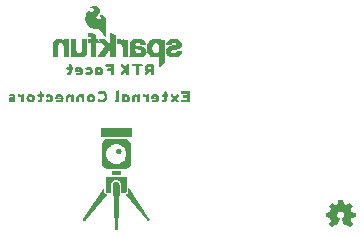
<source format=gbo>
G04 EAGLE Gerber RS-274X export*
G75*
%MOMM*%
%FSLAX34Y34*%
%LPD*%
%INSilkscreen Bottom*%
%IPPOS*%
%AMOC8*
5,1,8,0,0,1.08239X$1,22.5*%
G01*

G36*
X277204Y59054D02*
X277204Y59054D01*
X277206Y59051D01*
X278003Y59151D01*
X278400Y59151D01*
X278410Y59158D01*
X278417Y59154D01*
X279217Y59454D01*
X279516Y59553D01*
X279520Y59559D01*
X279524Y59557D01*
X280224Y59957D01*
X280226Y59961D01*
X280229Y59960D01*
X280929Y60460D01*
X280932Y60472D01*
X280941Y60473D01*
X281139Y60770D01*
X281638Y61368D01*
X281638Y61375D01*
X281643Y61376D01*
X282043Y62076D01*
X282042Y62078D01*
X282044Y62078D01*
X282244Y62478D01*
X282243Y62482D01*
X282247Y62485D01*
X282245Y62487D01*
X282248Y62488D01*
X282548Y63688D01*
X282544Y63696D01*
X282549Y63700D01*
X282549Y79600D01*
X282544Y79607D01*
X282548Y79612D01*
X282248Y80812D01*
X282242Y80817D01*
X282244Y80822D01*
X282044Y81222D01*
X282042Y81223D01*
X282043Y81224D01*
X281643Y81924D01*
X281637Y81927D01*
X281638Y81932D01*
X281138Y82532D01*
X281134Y82532D01*
X281135Y82535D01*
X280835Y82835D01*
X280831Y82835D01*
X280832Y82838D01*
X280232Y83338D01*
X280221Y83338D01*
X280219Y83345D01*
X279521Y83645D01*
X279122Y83844D01*
X279115Y83843D01*
X279114Y83847D01*
X278414Y84047D01*
X278412Y84047D01*
X278412Y84048D01*
X278012Y84148D01*
X278008Y84146D01*
X278006Y84149D01*
X277206Y84249D01*
X277202Y84247D01*
X277200Y84249D01*
X262800Y84249D01*
X262796Y84246D01*
X262794Y84249D01*
X261994Y84149D01*
X261991Y84146D01*
X261988Y84148D01*
X260788Y83848D01*
X260783Y83842D01*
X260778Y83844D01*
X260378Y83644D01*
X260376Y83640D01*
X260373Y83641D01*
X259773Y83241D01*
X259772Y83240D01*
X259771Y83240D01*
X259071Y82740D01*
X259068Y82728D01*
X259059Y82727D01*
X258861Y82430D01*
X258362Y81832D01*
X258362Y81825D01*
X258357Y81824D01*
X257957Y81124D01*
X257958Y81122D01*
X257956Y81122D01*
X257756Y80722D01*
X257757Y80715D01*
X257753Y80714D01*
X257716Y80586D01*
X257702Y80537D01*
X257660Y80389D01*
X257618Y80242D01*
X257604Y80192D01*
X257562Y80045D01*
X257553Y80014D01*
X257555Y80007D01*
X257551Y80004D01*
X257451Y78804D01*
X257453Y78801D01*
X257451Y78800D01*
X257451Y63600D01*
X257456Y63593D01*
X257452Y63588D01*
X257752Y62388D01*
X257762Y62380D01*
X257759Y62373D01*
X257958Y62074D01*
X258357Y61376D01*
X258363Y61373D01*
X258362Y61368D01*
X258862Y60768D01*
X258866Y60768D01*
X258865Y60765D01*
X259165Y60465D01*
X259169Y60465D01*
X259168Y60462D01*
X259768Y59962D01*
X259775Y59962D01*
X259776Y59957D01*
X260476Y59557D01*
X260485Y59559D01*
X260488Y59552D01*
X260884Y59453D01*
X261581Y59155D01*
X261592Y59158D01*
X261596Y59151D01*
X262796Y59051D01*
X262837Y59077D01*
X262844Y59078D01*
X262858Y59106D01*
X262859Y59105D01*
X262868Y59063D01*
X262888Y59067D01*
X262900Y59051D01*
X277200Y59051D01*
X277204Y59054D01*
G37*
G36*
X467686Y9708D02*
X467686Y9708D01*
X467752Y9713D01*
X467770Y9724D01*
X467791Y9729D01*
X467876Y9789D01*
X467900Y9803D01*
X467903Y9808D01*
X467908Y9812D01*
X470108Y12112D01*
X470116Y12125D01*
X470129Y12135D01*
X470160Y12199D01*
X470196Y12261D01*
X470197Y12277D01*
X470204Y12291D01*
X470203Y12362D01*
X470209Y12433D01*
X470203Y12448D01*
X470202Y12464D01*
X470145Y12589D01*
X470143Y12593D01*
X470143Y12594D01*
X468275Y15209D01*
X468277Y15220D01*
X468286Y15233D01*
X468297Y15291D01*
X468306Y15312D01*
X468306Y15334D01*
X468312Y15367D01*
X468313Y15372D01*
X468313Y15373D01*
X468313Y15374D01*
X468313Y15384D01*
X468346Y15449D01*
X468402Y15506D01*
X468413Y15524D01*
X468425Y15533D01*
X468433Y15552D01*
X468473Y15604D01*
X468546Y15749D01*
X468602Y15806D01*
X468642Y15870D01*
X468686Y15933D01*
X468688Y15945D01*
X468693Y15953D01*
X468697Y15988D01*
X468713Y16074D01*
X468713Y16123D01*
X468742Y16170D01*
X468786Y16233D01*
X468788Y16245D01*
X468793Y16253D01*
X468797Y16288D01*
X468813Y16374D01*
X468813Y16484D01*
X468846Y16549D01*
X468902Y16606D01*
X468942Y16670D01*
X468986Y16733D01*
X468988Y16745D01*
X468993Y16753D01*
X468997Y16788D01*
X469003Y16821D01*
X469006Y16829D01*
X469006Y16837D01*
X469013Y16874D01*
X469013Y16923D01*
X469042Y16970D01*
X469086Y17033D01*
X469088Y17045D01*
X469093Y17053D01*
X469097Y17088D01*
X469113Y17174D01*
X469113Y17284D01*
X469142Y17342D01*
X472398Y17900D01*
X472416Y17907D01*
X472435Y17908D01*
X472495Y17941D01*
X472557Y17967D01*
X472570Y17982D01*
X472587Y17991D01*
X472626Y18047D01*
X472670Y18098D01*
X472675Y18117D01*
X472686Y18133D01*
X472708Y18244D01*
X472713Y18266D01*
X472712Y18270D01*
X472713Y18274D01*
X472713Y21474D01*
X472709Y21493D01*
X472711Y21512D01*
X472700Y21546D01*
X472699Y21553D01*
X472694Y21563D01*
X472689Y21576D01*
X472674Y21642D01*
X472661Y21657D01*
X472655Y21675D01*
X472607Y21723D01*
X472564Y21776D01*
X472546Y21783D01*
X472532Y21797D01*
X472426Y21837D01*
X472406Y21846D01*
X472402Y21846D01*
X472398Y21848D01*
X469186Y22398D01*
X469175Y22437D01*
X469174Y22442D01*
X469173Y22443D01*
X469113Y22563D01*
X469113Y22574D01*
X469110Y22589D01*
X469112Y22605D01*
X469092Y22675D01*
X469092Y22690D01*
X469084Y22704D01*
X469075Y22737D01*
X469074Y22742D01*
X469073Y22743D01*
X469013Y22863D01*
X469013Y22874D01*
X469010Y22889D01*
X469012Y22905D01*
X468975Y23037D01*
X468974Y23042D01*
X468973Y23043D01*
X468813Y23363D01*
X468813Y23374D01*
X468810Y23389D01*
X468812Y23405D01*
X468775Y23537D01*
X468774Y23542D01*
X468773Y23543D01*
X468673Y23743D01*
X468650Y23771D01*
X468613Y23825D01*
X468613Y23874D01*
X468596Y23948D01*
X468582Y24023D01*
X468576Y24033D01*
X468574Y24042D01*
X468551Y24070D01*
X468502Y24142D01*
X468446Y24198D01*
X468373Y24343D01*
X468350Y24371D01*
X468313Y24425D01*
X468313Y24474D01*
X468296Y24548D01*
X468292Y24570D01*
X470146Y27258D01*
X470152Y27274D01*
X470164Y27287D01*
X470184Y27354D01*
X470209Y27419D01*
X470208Y27437D01*
X470213Y27453D01*
X470200Y27522D01*
X470194Y27592D01*
X470185Y27606D01*
X470182Y27623D01*
X470111Y27729D01*
X470104Y27740D01*
X470103Y27740D01*
X470102Y27742D01*
X467902Y29942D01*
X467888Y29951D01*
X467877Y29965D01*
X467815Y29996D01*
X467755Y30033D01*
X467738Y30035D01*
X467723Y30042D01*
X467653Y30043D01*
X467583Y30049D01*
X467567Y30043D01*
X467550Y30043D01*
X467432Y29992D01*
X467421Y29988D01*
X467420Y29987D01*
X467419Y29986D01*
X464720Y28124D01*
X464702Y28142D01*
X464637Y28182D01*
X464575Y28226D01*
X464563Y28228D01*
X464555Y28233D01*
X464520Y28236D01*
X464434Y28253D01*
X464384Y28253D01*
X464372Y28261D01*
X464304Y28313D01*
X464159Y28385D01*
X464102Y28442D01*
X464037Y28482D01*
X463975Y28526D01*
X463963Y28528D01*
X463955Y28533D01*
X463920Y28536D01*
X463834Y28553D01*
X463784Y28553D01*
X463772Y28561D01*
X463704Y28613D01*
X463504Y28713D01*
X463488Y28717D01*
X463475Y28726D01*
X463341Y28752D01*
X463335Y28753D01*
X463334Y28753D01*
X463324Y28753D01*
X463204Y28813D01*
X463188Y28817D01*
X463175Y28826D01*
X463041Y28852D01*
X463035Y28853D01*
X463034Y28853D01*
X462984Y28853D01*
X462937Y28882D01*
X462875Y28926D01*
X462863Y28928D01*
X462855Y28933D01*
X462820Y28936D01*
X462734Y28953D01*
X462624Y28953D01*
X462566Y28982D01*
X462008Y32238D01*
X462000Y32256D01*
X461999Y32275D01*
X461967Y32334D01*
X461940Y32397D01*
X461926Y32410D01*
X461916Y32427D01*
X461861Y32466D01*
X461809Y32510D01*
X461790Y32515D01*
X461775Y32526D01*
X461664Y32547D01*
X461642Y32553D01*
X461638Y32552D01*
X461634Y32553D01*
X458434Y32553D01*
X458415Y32549D01*
X458396Y32551D01*
X458332Y32529D01*
X458266Y32513D01*
X458251Y32501D01*
X458232Y32495D01*
X458185Y32447D01*
X458132Y32403D01*
X458124Y32386D01*
X458111Y32372D01*
X458071Y32266D01*
X458062Y32245D01*
X458062Y32242D01*
X458060Y32238D01*
X457510Y29026D01*
X457471Y29015D01*
X457466Y29013D01*
X457465Y29013D01*
X457464Y29013D01*
X457344Y28953D01*
X457334Y28953D01*
X457318Y28949D01*
X457302Y28952D01*
X457171Y28915D01*
X457166Y28913D01*
X457165Y28913D01*
X457164Y28913D01*
X457044Y28853D01*
X457034Y28853D01*
X457018Y28849D01*
X457002Y28852D01*
X456871Y28815D01*
X456866Y28813D01*
X456865Y28813D01*
X456864Y28813D01*
X456744Y28753D01*
X456634Y28753D01*
X456560Y28736D01*
X456484Y28722D01*
X456475Y28716D01*
X456466Y28713D01*
X456438Y28691D01*
X456366Y28642D01*
X456309Y28585D01*
X456244Y28553D01*
X456234Y28553D01*
X456218Y28549D01*
X456202Y28552D01*
X456071Y28515D01*
X456066Y28513D01*
X456065Y28513D01*
X456064Y28513D01*
X455864Y28413D01*
X455837Y28390D01*
X455766Y28342D01*
X455709Y28285D01*
X455644Y28253D01*
X455634Y28253D01*
X455618Y28249D01*
X455602Y28252D01*
X455471Y28215D01*
X455466Y28213D01*
X455465Y28213D01*
X455464Y28213D01*
X455323Y28142D01*
X452649Y29986D01*
X452637Y29991D01*
X452628Y30000D01*
X452557Y30022D01*
X452488Y30049D01*
X452475Y30048D01*
X452463Y30052D01*
X452390Y30040D01*
X452316Y30034D01*
X452305Y30027D01*
X452292Y30025D01*
X452172Y29948D01*
X449872Y27748D01*
X449858Y27726D01*
X449838Y27710D01*
X449811Y27654D01*
X449777Y27603D01*
X449774Y27577D01*
X449763Y27554D01*
X449764Y27492D01*
X449757Y27431D01*
X449766Y27407D01*
X449766Y27381D01*
X449804Y27301D01*
X449815Y27268D01*
X449822Y27262D01*
X449827Y27251D01*
X451762Y24578D01*
X451722Y24498D01*
X451666Y24442D01*
X451626Y24377D01*
X451582Y24314D01*
X451580Y24303D01*
X451575Y24295D01*
X451571Y24260D01*
X451555Y24174D01*
X451555Y24124D01*
X451547Y24111D01*
X451495Y24043D01*
X451422Y23898D01*
X451366Y23842D01*
X451326Y23777D01*
X451282Y23714D01*
X451280Y23703D01*
X451275Y23695D01*
X451271Y23660D01*
X451255Y23574D01*
X451255Y23524D01*
X451226Y23477D01*
X451182Y23414D01*
X451180Y23403D01*
X451175Y23395D01*
X451171Y23360D01*
X451155Y23274D01*
X451155Y23163D01*
X451122Y23098D01*
X451066Y23042D01*
X451026Y22977D01*
X450982Y22914D01*
X450980Y22903D01*
X450975Y22895D01*
X450971Y22860D01*
X450955Y22774D01*
X450955Y22724D01*
X450926Y22677D01*
X450882Y22614D01*
X450880Y22603D01*
X450875Y22595D01*
X450871Y22560D01*
X450855Y22474D01*
X450855Y22395D01*
X447572Y21848D01*
X447553Y21840D01*
X447533Y21839D01*
X447474Y21807D01*
X447412Y21781D01*
X447399Y21766D01*
X447381Y21756D01*
X447343Y21701D01*
X447299Y21651D01*
X447293Y21631D01*
X447282Y21614D01*
X447266Y21533D01*
X447262Y21523D01*
X447262Y21512D01*
X447261Y21508D01*
X447255Y21483D01*
X447256Y21479D01*
X447255Y21474D01*
X447255Y18274D01*
X447259Y18255D01*
X447257Y18236D01*
X447279Y18171D01*
X447294Y18105D01*
X447307Y18090D01*
X447313Y18072D01*
X447361Y18024D01*
X447404Y17972D01*
X447422Y17964D01*
X447436Y17950D01*
X447542Y17910D01*
X447562Y17901D01*
X447566Y17901D01*
X447570Y17900D01*
X450858Y17336D01*
X450893Y17211D01*
X450894Y17205D01*
X450895Y17205D01*
X450895Y17204D01*
X450955Y17084D01*
X450955Y17074D01*
X450958Y17058D01*
X450956Y17042D01*
X450993Y16911D01*
X450994Y16905D01*
X450995Y16905D01*
X450995Y16904D01*
X451055Y16784D01*
X451055Y16774D01*
X451058Y16758D01*
X451056Y16742D01*
X451093Y16611D01*
X451094Y16605D01*
X451095Y16605D01*
X451095Y16604D01*
X451255Y16284D01*
X451255Y16274D01*
X451258Y16258D01*
X451256Y16242D01*
X451293Y16111D01*
X451294Y16105D01*
X451295Y16105D01*
X451295Y16104D01*
X451395Y15904D01*
X451418Y15876D01*
X451466Y15806D01*
X451522Y15749D01*
X451555Y15684D01*
X451555Y15674D01*
X451558Y15658D01*
X451556Y15642D01*
X451593Y15511D01*
X451594Y15505D01*
X451595Y15505D01*
X451595Y15504D01*
X451695Y15304D01*
X451718Y15276D01*
X451766Y15206D01*
X451776Y15195D01*
X449831Y12601D01*
X449821Y12579D01*
X449804Y12560D01*
X449786Y12500D01*
X449761Y12443D01*
X449762Y12418D01*
X449755Y12394D01*
X449766Y12333D01*
X449769Y12270D01*
X449781Y12248D01*
X449786Y12224D01*
X449837Y12149D01*
X449853Y12119D01*
X449860Y12114D01*
X449866Y12106D01*
X452166Y9806D01*
X452180Y9797D01*
X452191Y9783D01*
X452253Y9751D01*
X452313Y9714D01*
X452330Y9713D01*
X452345Y9705D01*
X452416Y9705D01*
X452485Y9698D01*
X452501Y9704D01*
X452518Y9704D01*
X452636Y9756D01*
X452647Y9760D01*
X452648Y9761D01*
X452649Y9761D01*
X455348Y11623D01*
X455366Y11606D01*
X455431Y11565D01*
X455493Y11521D01*
X455505Y11519D01*
X455513Y11514D01*
X455548Y11511D01*
X455563Y11508D01*
X455566Y11506D01*
X455631Y11465D01*
X455693Y11421D01*
X455705Y11419D01*
X455713Y11414D01*
X455748Y11411D01*
X455834Y11394D01*
X455884Y11394D01*
X455931Y11365D01*
X455993Y11321D01*
X456005Y11319D01*
X456013Y11314D01*
X456048Y11311D01*
X456063Y11308D01*
X456066Y11306D01*
X456131Y11265D01*
X456193Y11221D01*
X456205Y11219D01*
X456213Y11214D01*
X456248Y11211D01*
X456263Y11208D01*
X456266Y11206D01*
X456331Y11165D01*
X456393Y11121D01*
X456405Y11119D01*
X456413Y11114D01*
X456448Y11111D01*
X456477Y11105D01*
X456504Y11072D01*
X456523Y11064D01*
X456538Y11049D01*
X456601Y11029D01*
X456662Y11001D01*
X456683Y11002D01*
X456702Y10996D01*
X456768Y11006D01*
X456835Y11008D01*
X456853Y11018D01*
X456873Y11021D01*
X456928Y11059D01*
X456987Y11091D01*
X456999Y11108D01*
X457015Y11120D01*
X457072Y11212D01*
X457086Y11233D01*
X457087Y11238D01*
X457090Y11242D01*
X459090Y16642D01*
X459094Y16673D01*
X459106Y16701D01*
X459104Y16757D01*
X459111Y16814D01*
X459101Y16843D01*
X459100Y16874D01*
X459073Y16924D01*
X459054Y16977D01*
X459032Y16999D01*
X459017Y17026D01*
X458957Y17072D01*
X458930Y17098D01*
X458917Y17102D01*
X458904Y17113D01*
X458359Y17385D01*
X458202Y17542D01*
X458172Y17561D01*
X458104Y17613D01*
X457959Y17685D01*
X457646Y17998D01*
X457573Y18143D01*
X457550Y18171D01*
X457502Y18242D01*
X457346Y18398D01*
X457285Y18519D01*
X457194Y18794D01*
X457182Y18813D01*
X457173Y18843D01*
X457113Y18963D01*
X457113Y19074D01*
X457105Y19109D01*
X457094Y19194D01*
X457013Y19435D01*
X457013Y20212D01*
X457094Y20454D01*
X457097Y20490D01*
X457113Y20574D01*
X457113Y20759D01*
X457250Y20963D01*
X457263Y20998D01*
X457294Y21054D01*
X457378Y21306D01*
X457729Y21832D01*
X458076Y22179D01*
X458602Y22530D01*
X458854Y22614D01*
X458872Y22625D01*
X458886Y22628D01*
X458899Y22639D01*
X458944Y22658D01*
X459149Y22794D01*
X459334Y22794D01*
X459369Y22803D01*
X459454Y22814D01*
X459696Y22894D01*
X460287Y22894D01*
X460642Y22806D01*
X460678Y22805D01*
X460734Y22794D01*
X460919Y22794D01*
X461124Y22658D01*
X461159Y22645D01*
X461208Y22617D01*
X461210Y22616D01*
X461211Y22616D01*
X461214Y22614D01*
X461466Y22530D01*
X461693Y22379D01*
X461866Y22206D01*
X461892Y22189D01*
X461924Y22158D01*
X462193Y21979D01*
X462339Y21832D01*
X462690Y21306D01*
X463055Y20212D01*
X463055Y19735D01*
X462974Y19494D01*
X462971Y19458D01*
X462955Y19374D01*
X462955Y19163D01*
X462795Y18843D01*
X462789Y18821D01*
X462774Y18794D01*
X462683Y18519D01*
X462522Y18198D01*
X462366Y18042D01*
X462347Y18011D01*
X462295Y17943D01*
X462222Y17798D01*
X462109Y17685D01*
X461964Y17613D01*
X461937Y17590D01*
X461866Y17542D01*
X461709Y17385D01*
X461388Y17225D01*
X461114Y17133D01*
X461065Y17103D01*
X461012Y17081D01*
X460992Y17059D01*
X460967Y17043D01*
X460936Y16994D01*
X460899Y16951D01*
X460891Y16922D01*
X460875Y16896D01*
X460869Y16839D01*
X460855Y16783D01*
X460861Y16749D01*
X460858Y16724D01*
X460870Y16692D01*
X460878Y16642D01*
X462878Y11242D01*
X462904Y11204D01*
X462920Y11161D01*
X462951Y11133D01*
X462974Y11098D01*
X463014Y11075D01*
X463047Y11044D01*
X463087Y11032D01*
X463124Y11011D01*
X463169Y11008D01*
X463213Y10995D01*
X463254Y11002D01*
X463296Y11000D01*
X463339Y11017D01*
X463384Y11025D01*
X463425Y11053D01*
X463456Y11066D01*
X463473Y11086D01*
X463486Y11094D01*
X463534Y11094D01*
X463608Y11112D01*
X463684Y11125D01*
X463693Y11132D01*
X463702Y11134D01*
X463730Y11157D01*
X463802Y11206D01*
X463809Y11212D01*
X463884Y11225D01*
X463893Y11232D01*
X463902Y11234D01*
X463930Y11257D01*
X464002Y11306D01*
X464009Y11312D01*
X464084Y11325D01*
X464093Y11332D01*
X464102Y11334D01*
X464130Y11357D01*
X464202Y11406D01*
X464209Y11412D01*
X464284Y11425D01*
X464293Y11432D01*
X464302Y11434D01*
X464330Y11457D01*
X464402Y11506D01*
X464409Y11512D01*
X464484Y11525D01*
X464493Y11532D01*
X464502Y11534D01*
X464530Y11557D01*
X464602Y11606D01*
X464609Y11612D01*
X464684Y11625D01*
X464693Y11632D01*
X464702Y11634D01*
X464703Y11634D01*
X467419Y9761D01*
X467439Y9754D01*
X467455Y9740D01*
X467518Y9722D01*
X467580Y9698D01*
X467601Y9700D01*
X467622Y9695D01*
X467686Y9708D01*
G37*
G36*
X261140Y170891D02*
X261140Y170891D01*
X261191Y170893D01*
X261223Y170911D01*
X261259Y170919D01*
X261298Y170952D01*
X261343Y170976D01*
X261364Y171006D01*
X261392Y171029D01*
X261413Y171076D01*
X261443Y171118D01*
X261451Y171160D01*
X261463Y171188D01*
X261462Y171218D01*
X261470Y171260D01*
X261470Y184060D01*
X261466Y184078D01*
X261468Y184102D01*
X261268Y185902D01*
X261257Y185933D01*
X261251Y185980D01*
X261051Y186580D01*
X261038Y186600D01*
X261030Y186630D01*
X260730Y187230D01*
X260722Y187240D01*
X260716Y187256D01*
X260416Y187756D01*
X260402Y187770D01*
X260393Y187789D01*
X260316Y187859D01*
X260295Y187880D01*
X260290Y187882D01*
X260286Y187886D01*
X259802Y188176D01*
X259418Y188464D01*
X259383Y188479D01*
X259331Y188513D01*
X258331Y188913D01*
X258298Y188918D01*
X258253Y188935D01*
X257653Y189035D01*
X257626Y189033D01*
X257590Y189040D01*
X256790Y189040D01*
X256754Y189032D01*
X256698Y189029D01*
X256343Y188940D01*
X256190Y188940D01*
X256175Y188937D01*
X256160Y188939D01*
X256028Y188902D01*
X256021Y188901D01*
X256021Y188900D01*
X256020Y188900D01*
X255820Y188800D01*
X255801Y188784D01*
X255777Y188775D01*
X255735Y188729D01*
X255687Y188689D01*
X255677Y188667D01*
X255660Y188648D01*
X255642Y188588D01*
X255616Y188531D01*
X255618Y188506D01*
X255610Y188482D01*
X255621Y188420D01*
X255624Y188358D01*
X255636Y188336D01*
X255640Y188311D01*
X255689Y188238D01*
X255707Y188206D01*
X255715Y188201D01*
X255721Y188191D01*
X255821Y188091D01*
X255853Y188071D01*
X255920Y188020D01*
X256320Y187820D01*
X256343Y187814D01*
X256370Y187799D01*
X256585Y187728D01*
X256895Y187418D01*
X257045Y187192D01*
X257110Y186998D01*
X257110Y186822D01*
X257038Y186606D01*
X256878Y186285D01*
X256648Y186056D01*
X256412Y185898D01*
X255981Y185726D01*
X255552Y185640D01*
X254837Y185640D01*
X254146Y185813D01*
X253650Y186144D01*
X253329Y186545D01*
X253170Y187022D01*
X253170Y187582D01*
X253416Y188155D01*
X254076Y188909D01*
X254874Y189807D01*
X254875Y189809D01*
X254876Y189810D01*
X255576Y190610D01*
X255592Y190639D01*
X255622Y190675D01*
X256122Y191575D01*
X256133Y191613D01*
X256161Y191678D01*
X256361Y192578D01*
X256361Y192611D01*
X256370Y192660D01*
X256370Y193460D01*
X256362Y193497D01*
X256351Y193580D01*
X256051Y194480D01*
X256030Y194514D01*
X255999Y194581D01*
X255499Y195281D01*
X255473Y195304D01*
X255443Y195344D01*
X254543Y196144D01*
X254512Y196161D01*
X254472Y196194D01*
X253372Y196794D01*
X253336Y196804D01*
X253258Y196834D01*
X252158Y197034D01*
X252129Y197033D01*
X252090Y197040D01*
X251090Y197040D01*
X251053Y197032D01*
X250970Y197021D01*
X250070Y196721D01*
X250064Y196717D01*
X250057Y196716D01*
X249257Y196416D01*
X249242Y196406D01*
X249220Y196400D01*
X249054Y196317D01*
X248620Y196100D01*
X248598Y196082D01*
X248562Y196064D01*
X248162Y195764D01*
X248147Y195746D01*
X248121Y195729D01*
X248021Y195629D01*
X248008Y195607D01*
X247988Y195591D01*
X247962Y195534D01*
X247930Y195482D01*
X247927Y195456D01*
X247917Y195432D01*
X247919Y195371D01*
X247913Y195309D01*
X247922Y195285D01*
X247923Y195259D01*
X247953Y195205D01*
X247975Y195147D01*
X247994Y195130D01*
X248006Y195107D01*
X248057Y195072D01*
X248102Y195030D01*
X248127Y195022D01*
X248148Y195007D01*
X248232Y194991D01*
X248268Y194980D01*
X248278Y194982D01*
X248290Y194980D01*
X248590Y194980D01*
X248627Y194988D01*
X248710Y194999D01*
X248952Y195080D01*
X249143Y195080D01*
X249498Y194991D01*
X249506Y194991D01*
X249515Y194987D01*
X249966Y194897D01*
X250289Y194735D01*
X250610Y194495D01*
X250745Y194292D01*
X250829Y194040D01*
X250842Y194020D01*
X250850Y193990D01*
X250938Y193814D01*
X250989Y193660D01*
X250929Y193480D01*
X250928Y193467D01*
X250921Y193452D01*
X250837Y193116D01*
X250674Y192871D01*
X250666Y192851D01*
X250650Y192830D01*
X250478Y192485D01*
X250248Y192256D01*
X249979Y192076D01*
X249972Y192069D01*
X249962Y192064D01*
X249570Y191771D01*
X249299Y191590D01*
X248867Y191374D01*
X248600Y191240D01*
X248052Y191240D01*
X247859Y191305D01*
X247710Y191404D01*
X247570Y191822D01*
X247570Y192560D01*
X247558Y192610D01*
X247558Y192631D01*
X247557Y192655D01*
X247556Y192662D01*
X247539Y192694D01*
X247531Y192729D01*
X247498Y192769D01*
X247473Y192814D01*
X247443Y192835D01*
X247421Y192862D01*
X247373Y192884D01*
X247331Y192913D01*
X247295Y192919D01*
X247262Y192933D01*
X247211Y192931D01*
X247160Y192939D01*
X247119Y192928D01*
X247089Y192927D01*
X247062Y192912D01*
X247020Y192900D01*
X247009Y192895D01*
X246249Y192515D01*
X246220Y192500D01*
X246216Y192497D01*
X246106Y192413D01*
X245306Y191513D01*
X245291Y191485D01*
X245262Y191452D01*
X244562Y190252D01*
X244553Y190223D01*
X244532Y190188D01*
X244032Y188788D01*
X244029Y188762D01*
X244016Y188730D01*
X243716Y187130D01*
X243718Y187094D01*
X243710Y187039D01*
X243810Y185239D01*
X243820Y185207D01*
X243824Y185158D01*
X244324Y183358D01*
X244341Y183327D01*
X244358Y183275D01*
X245358Y181475D01*
X245375Y181457D01*
X245390Y181427D01*
X246090Y180527D01*
X246097Y180521D01*
X246101Y180513D01*
X246111Y180507D01*
X246121Y180491D01*
X246921Y179691D01*
X246931Y179685D01*
X246940Y179674D01*
X247740Y178974D01*
X247765Y178960D01*
X247794Y178934D01*
X248794Y178334D01*
X248819Y178326D01*
X248849Y178307D01*
X249849Y177907D01*
X249868Y177904D01*
X249890Y177893D01*
X250990Y177593D01*
X251007Y177593D01*
X251028Y177585D01*
X252228Y177385D01*
X252254Y177387D01*
X252290Y177380D01*
X254159Y177380D01*
X254656Y177297D01*
X255072Y177047D01*
X256022Y176287D01*
X256498Y175717D01*
X256510Y175707D01*
X256521Y175691D01*
X257799Y174413D01*
X258281Y173739D01*
X258301Y173721D01*
X258321Y173691D01*
X258909Y173103D01*
X259398Y172517D01*
X259410Y172507D01*
X259421Y172491D01*
X259902Y172010D01*
X260186Y171632D01*
X260204Y171617D01*
X260221Y171591D01*
X260495Y171318D01*
X260674Y171049D01*
X260693Y171031D01*
X260706Y171007D01*
X260756Y170972D01*
X260800Y170931D01*
X260826Y170923D01*
X260848Y170907D01*
X260929Y170892D01*
X260966Y170881D01*
X260977Y170882D01*
X260990Y170880D01*
X261090Y170880D01*
X261140Y170891D01*
G37*
G36*
X306829Y145391D02*
X306829Y145391D01*
X306891Y145393D01*
X306913Y145406D01*
X306939Y145410D01*
X307010Y145458D01*
X307043Y145476D01*
X307049Y145484D01*
X307059Y145491D01*
X307944Y146376D01*
X309428Y147563D01*
X309439Y147578D01*
X309459Y147591D01*
X310344Y148476D01*
X310828Y148863D01*
X310834Y148871D01*
X310843Y148876D01*
X310887Y148939D01*
X310935Y148999D01*
X310937Y149009D01*
X310943Y149018D01*
X310958Y149099D01*
X310963Y149110D01*
X310963Y149122D01*
X310970Y149160D01*
X310970Y167660D01*
X310969Y167664D01*
X310970Y167669D01*
X310950Y167749D01*
X310931Y167829D01*
X310928Y167832D01*
X310927Y167837D01*
X310873Y167899D01*
X310821Y167962D01*
X310816Y167964D01*
X310814Y167968D01*
X310682Y168029D01*
X310282Y168129D01*
X310274Y168129D01*
X310265Y168133D01*
X309765Y168233D01*
X309733Y168232D01*
X309690Y168240D01*
X309237Y168240D01*
X308882Y168329D01*
X308874Y168329D01*
X308865Y168333D01*
X308373Y168431D01*
X307982Y168529D01*
X307974Y168529D01*
X307965Y168533D01*
X306965Y168733D01*
X306963Y168733D01*
X306962Y168733D01*
X306878Y168730D01*
X306791Y168727D01*
X306790Y168727D01*
X306789Y168727D01*
X306715Y168686D01*
X306639Y168645D01*
X306638Y168644D01*
X306637Y168644D01*
X306589Y168575D01*
X306538Y168504D01*
X306538Y168503D01*
X306537Y168502D01*
X306510Y168360D01*
X306510Y167578D01*
X306359Y167729D01*
X306343Y167739D01*
X306328Y167757D01*
X305828Y168157D01*
X305807Y168167D01*
X305786Y168186D01*
X304786Y168786D01*
X304773Y168790D01*
X304653Y168835D01*
X303453Y169035D01*
X303426Y169033D01*
X303390Y169040D01*
X302690Y169040D01*
X302679Y169038D01*
X302665Y169039D01*
X301165Y168939D01*
X301128Y168928D01*
X301062Y168918D01*
X299662Y168418D01*
X299633Y168399D01*
X299586Y168381D01*
X298486Y167681D01*
X298459Y167653D01*
X298407Y167614D01*
X297507Y166614D01*
X297494Y166591D01*
X297469Y166564D01*
X296769Y165464D01*
X296757Y165428D01*
X296727Y165372D01*
X296327Y164072D01*
X296326Y164057D01*
X296318Y164040D01*
X296018Y162640D01*
X296019Y162616D01*
X296011Y162585D01*
X295911Y161085D01*
X295914Y161063D01*
X295911Y161033D01*
X296011Y159633D01*
X296018Y159609D01*
X296020Y159575D01*
X296320Y158275D01*
X296332Y158250D01*
X296339Y158214D01*
X296839Y157014D01*
X296849Y156999D01*
X296856Y156978D01*
X297456Y155878D01*
X297482Y155849D01*
X297521Y155791D01*
X298421Y154891D01*
X298443Y154878D01*
X298466Y154852D01*
X299566Y154052D01*
X299602Y154037D01*
X299670Y153999D01*
X300870Y153599D01*
X300900Y153596D01*
X300940Y153583D01*
X302440Y153383D01*
X302479Y153387D01*
X302553Y153385D01*
X304353Y153685D01*
X304389Y153700D01*
X304460Y153720D01*
X304590Y153785D01*
X305060Y154020D01*
X305070Y154028D01*
X305086Y154034D01*
X306086Y154634D01*
X306106Y154654D01*
X306187Y154722D01*
X306410Y155001D01*
X306410Y145760D01*
X306416Y145735D01*
X306413Y145709D01*
X306435Y145652D01*
X306449Y145591D01*
X306466Y145571D01*
X306475Y145547D01*
X306520Y145505D01*
X306559Y145458D01*
X306583Y145447D01*
X306602Y145430D01*
X306661Y145412D01*
X306718Y145387D01*
X306743Y145388D01*
X306768Y145380D01*
X306829Y145391D01*
G37*
%LPC*%
G36*
X268409Y63249D02*
X268409Y63249D01*
X268012Y63348D01*
X266918Y63646D01*
X266523Y63844D01*
X265425Y64442D01*
X265129Y64640D01*
X264233Y65337D01*
X263937Y65633D01*
X262941Y66828D01*
X262145Y68220D01*
X261649Y69809D01*
X261549Y71402D01*
X261549Y71798D01*
X261649Y72996D01*
X261647Y72999D01*
X261649Y73000D01*
X261649Y73293D01*
X262145Y74880D01*
X262941Y76272D01*
X263937Y77467D01*
X264233Y77763D01*
X265130Y78461D01*
X265131Y78466D01*
X265135Y78465D01*
X265428Y78759D01*
X266520Y79255D01*
X266521Y79256D01*
X266522Y79256D01*
X266918Y79454D01*
X268012Y79752D01*
X268409Y79852D01*
X270000Y80050D01*
X271591Y79852D01*
X271988Y79752D01*
X273082Y79454D01*
X273477Y79257D01*
X274475Y78658D01*
X274478Y78658D01*
X274478Y78656D01*
X274874Y78458D01*
X275768Y77763D01*
X276063Y77468D01*
X276761Y76570D01*
X276766Y76569D01*
X276765Y76565D01*
X277059Y76271D01*
X277754Y74782D01*
X278252Y73289D01*
X278451Y71697D01*
X278451Y71302D01*
X278351Y70108D01*
X278253Y69714D01*
X277754Y68219D01*
X277059Y66827D01*
X276066Y65636D01*
X274770Y64639D01*
X274769Y64634D01*
X274765Y64635D01*
X274472Y64341D01*
X273380Y63845D01*
X273377Y63840D01*
X273373Y63841D01*
X273080Y63646D01*
X271888Y63348D01*
X271492Y63249D01*
X270296Y63149D01*
X270289Y63143D01*
X270284Y63147D01*
X269995Y63050D01*
X268409Y63249D01*
G37*
%LPD*%
G36*
X282813Y86160D02*
X282813Y86160D01*
X282822Y86156D01*
X283022Y86256D01*
X283032Y86276D01*
X283044Y86285D01*
X283040Y86292D01*
X283041Y86293D01*
X283049Y86300D01*
X283049Y93100D01*
X283013Y93147D01*
X283006Y93142D01*
X283000Y93149D01*
X257100Y93149D01*
X257079Y93133D01*
X257065Y93135D01*
X256865Y92935D01*
X256863Y92919D01*
X256853Y92911D01*
X256857Y92905D01*
X256851Y92900D01*
X256851Y86200D01*
X256887Y86153D01*
X256894Y86158D01*
X256900Y86151D01*
X282800Y86151D01*
X282813Y86160D01*
G37*
G36*
X290820Y153387D02*
X290820Y153387D01*
X290865Y153387D01*
X291328Y153480D01*
X291790Y153480D01*
X291826Y153488D01*
X291882Y153491D01*
X292282Y153591D01*
X292302Y153601D01*
X292331Y153607D01*
X292831Y153807D01*
X292843Y153815D01*
X292860Y153820D01*
X293260Y154020D01*
X293276Y154033D01*
X293301Y154044D01*
X293581Y154231D01*
X293960Y154420D01*
X293989Y154444D01*
X294059Y154491D01*
X294359Y154791D01*
X294375Y154818D01*
X294406Y154849D01*
X294601Y155140D01*
X294894Y155532D01*
X294898Y155541D01*
X294906Y155549D01*
X295106Y155849D01*
X295107Y155850D01*
X295108Y155851D01*
X295163Y155985D01*
X295253Y156436D01*
X295430Y156790D01*
X295434Y156805D01*
X295443Y156818D01*
X295469Y156952D01*
X295470Y156959D01*
X295470Y156960D01*
X295470Y157422D01*
X295563Y157885D01*
X295563Y157895D01*
X295564Y158028D01*
X295364Y159128D01*
X295355Y159150D01*
X295351Y159180D01*
X295051Y160080D01*
X295034Y160107D01*
X295020Y160149D01*
X294620Y160849D01*
X294597Y160873D01*
X294537Y160949D01*
X293837Y161549D01*
X293811Y161563D01*
X293779Y161590D01*
X293079Y161990D01*
X293053Y161998D01*
X293024Y162016D01*
X292224Y162316D01*
X292205Y162319D01*
X292182Y162329D01*
X291382Y162529D01*
X291360Y162529D01*
X291332Y162538D01*
X290432Y162638D01*
X288638Y162837D01*
X287969Y162933D01*
X287303Y163123D01*
X286750Y163308D01*
X286350Y163548D01*
X286170Y163787D01*
X286170Y164670D01*
X286403Y165135D01*
X286459Y165191D01*
X286479Y165223D01*
X286530Y165290D01*
X286573Y165377D01*
X286980Y165580D01*
X287090Y165580D01*
X287105Y165583D01*
X287120Y165581D01*
X287252Y165618D01*
X287259Y165619D01*
X287259Y165620D01*
X287260Y165620D01*
X287380Y165680D01*
X289000Y165680D01*
X289865Y165248D01*
X290178Y164935D01*
X290238Y164814D01*
X290329Y164540D01*
X290342Y164520D01*
X290350Y164490D01*
X290410Y164370D01*
X290410Y163960D01*
X290421Y163910D01*
X290423Y163859D01*
X290441Y163827D01*
X290449Y163791D01*
X290482Y163752D01*
X290506Y163707D01*
X290536Y163686D01*
X290559Y163658D01*
X290606Y163637D01*
X290648Y163607D01*
X290690Y163599D01*
X290718Y163587D01*
X290748Y163588D01*
X290790Y163580D01*
X294690Y163580D01*
X294770Y163598D01*
X294850Y163615D01*
X294854Y163618D01*
X294859Y163619D01*
X294922Y163672D01*
X294986Y163722D01*
X294988Y163726D01*
X294992Y163729D01*
X295026Y163804D01*
X295061Y163878D01*
X295061Y163883D01*
X295063Y163888D01*
X295062Y163915D01*
X295065Y164023D01*
X294865Y165223D01*
X294855Y165246D01*
X294855Y165248D01*
X294854Y165268D01*
X294852Y165273D01*
X294851Y165280D01*
X294651Y165880D01*
X294631Y165912D01*
X294594Y165988D01*
X294306Y166372D01*
X294016Y166856D01*
X294004Y166868D01*
X293994Y166888D01*
X293694Y167288D01*
X293669Y167309D01*
X293662Y167322D01*
X293647Y167333D01*
X293618Y167364D01*
X293218Y167664D01*
X293202Y167671D01*
X293186Y167686D01*
X292186Y168286D01*
X292161Y168294D01*
X292131Y168313D01*
X291631Y168513D01*
X291602Y168517D01*
X291565Y168533D01*
X291088Y168628D01*
X290510Y168821D01*
X290485Y168823D01*
X290453Y168835D01*
X289859Y168934D01*
X289365Y169033D01*
X289333Y169032D01*
X289290Y169040D01*
X286990Y169040D01*
X286960Y169033D01*
X286915Y169033D01*
X286452Y168940D01*
X285890Y168940D01*
X285860Y168933D01*
X285815Y168933D01*
X285315Y168833D01*
X285289Y168821D01*
X285249Y168813D01*
X284781Y168626D01*
X284315Y168533D01*
X284289Y168521D01*
X284249Y168513D01*
X283749Y168313D01*
X283718Y168291D01*
X283662Y168264D01*
X282462Y167364D01*
X282437Y167334D01*
X282386Y167288D01*
X282086Y166888D01*
X282074Y166862D01*
X282050Y166830D01*
X281850Y166430D01*
X281847Y166416D01*
X281837Y166401D01*
X281637Y165901D01*
X281633Y165872D01*
X281617Y165835D01*
X281517Y165335D01*
X281518Y165303D01*
X281510Y165260D01*
X281510Y156650D01*
X281450Y156530D01*
X281446Y156515D01*
X281437Y156502D01*
X281411Y156368D01*
X281410Y156362D01*
X281410Y156361D01*
X281410Y156360D01*
X281410Y155550D01*
X281350Y155430D01*
X281346Y155415D01*
X281337Y155402D01*
X281328Y155356D01*
X281327Y155353D01*
X281327Y155351D01*
X281311Y155268D01*
X281310Y155262D01*
X281310Y155261D01*
X281310Y155260D01*
X281310Y155150D01*
X281250Y155030D01*
X281246Y155015D01*
X281237Y155002D01*
X281211Y154868D01*
X281210Y154862D01*
X281210Y154861D01*
X281210Y154860D01*
X281210Y154650D01*
X281178Y154585D01*
X281121Y154529D01*
X281081Y154464D01*
X281037Y154402D01*
X281035Y154390D01*
X281030Y154382D01*
X281026Y154345D01*
X281010Y154260D01*
X281010Y154160D01*
X281021Y154110D01*
X281023Y154059D01*
X281041Y154027D01*
X281049Y153991D01*
X281082Y153952D01*
X281106Y153907D01*
X281136Y153886D01*
X281159Y153858D01*
X281206Y153837D01*
X281248Y153807D01*
X281290Y153799D01*
X281318Y153787D01*
X281348Y153788D01*
X281390Y153780D01*
X285290Y153780D01*
X285340Y153791D01*
X285391Y153793D01*
X285423Y153811D01*
X285459Y153819D01*
X285498Y153852D01*
X285543Y153876D01*
X285564Y153906D01*
X285592Y153929D01*
X285613Y153976D01*
X285643Y154018D01*
X285651Y154060D01*
X285663Y154088D01*
X285663Y154098D01*
X285699Y154156D01*
X285743Y154218D01*
X285745Y154230D01*
X285750Y154238D01*
X285754Y154275D01*
X285756Y154289D01*
X285759Y154291D01*
X285799Y154356D01*
X285843Y154418D01*
X285845Y154430D01*
X285850Y154438D01*
X285854Y154475D01*
X285870Y154560D01*
X285870Y154709D01*
X285883Y154730D01*
X286021Y154591D01*
X286048Y154575D01*
X286079Y154544D01*
X286379Y154344D01*
X286415Y154330D01*
X286470Y154299D01*
X286722Y154215D01*
X286979Y154044D01*
X287015Y154030D01*
X287070Y153999D01*
X288270Y153599D01*
X288307Y153596D01*
X288390Y153580D01*
X288628Y153580D01*
X288870Y153499D01*
X288907Y153496D01*
X288990Y153480D01*
X289328Y153480D01*
X289570Y153399D01*
X289607Y153396D01*
X289690Y153380D01*
X290790Y153380D01*
X290820Y153387D01*
G37*
G36*
X270007Y6856D02*
X270007Y6856D01*
X270012Y6852D01*
X270412Y6952D01*
X270420Y6962D01*
X270427Y6959D01*
X270727Y7159D01*
X270730Y7166D01*
X270735Y7165D01*
X271035Y7465D01*
X271036Y7476D01*
X271038Y7478D01*
X271037Y7480D01*
X271037Y7481D01*
X271047Y7484D01*
X271147Y7784D01*
X271143Y7795D01*
X271149Y7800D01*
X271149Y8199D01*
X272749Y44898D01*
X272748Y44899D01*
X272749Y44900D01*
X272749Y45300D01*
X272744Y45307D01*
X272748Y45312D01*
X272548Y46112D01*
X272542Y46117D01*
X272544Y46122D01*
X272344Y46522D01*
X272340Y46524D01*
X272341Y46527D01*
X271941Y47127D01*
X271934Y47130D01*
X271935Y47135D01*
X271635Y47435D01*
X271623Y47436D01*
X271622Y47444D01*
X271225Y47643D01*
X270927Y47841D01*
X270915Y47840D01*
X270912Y47848D01*
X270112Y48048D01*
X270104Y48044D01*
X270100Y48049D01*
X269300Y48049D01*
X269293Y48044D01*
X269288Y48048D01*
X268488Y47848D01*
X268480Y47838D01*
X268473Y47841D01*
X268173Y47641D01*
X268170Y47634D01*
X268165Y47635D01*
X267869Y47338D01*
X267573Y47141D01*
X267570Y47134D01*
X267565Y47135D01*
X267265Y46835D01*
X267264Y46823D01*
X267256Y46822D01*
X267057Y46425D01*
X266859Y46127D01*
X266859Y46120D01*
X266855Y46116D01*
X266856Y46114D01*
X266852Y46112D01*
X266752Y45712D01*
X266756Y45704D01*
X266751Y45700D01*
X266751Y44900D01*
X266752Y44898D01*
X266751Y44897D01*
X268751Y8198D01*
X268751Y7800D01*
X268760Y7787D01*
X268756Y7778D01*
X268956Y7378D01*
X268960Y7376D01*
X268959Y7373D01*
X269159Y7073D01*
X269176Y7067D01*
X269178Y7056D01*
X269578Y6856D01*
X269594Y6859D01*
X269600Y6851D01*
X270000Y6851D01*
X270007Y6856D01*
G37*
G36*
X259822Y153787D02*
X259822Y153787D01*
X259856Y153785D01*
X259906Y153807D01*
X259959Y153819D01*
X259984Y153840D01*
X260015Y153853D01*
X260062Y153905D01*
X260092Y153929D01*
X260099Y153945D01*
X260113Y153960D01*
X263769Y159866D01*
X264810Y158895D01*
X264810Y154160D01*
X264821Y154110D01*
X264823Y154059D01*
X264841Y154027D01*
X264849Y153991D01*
X264882Y153952D01*
X264906Y153907D01*
X264936Y153886D01*
X264959Y153858D01*
X265006Y153837D01*
X265048Y153807D01*
X265090Y153799D01*
X265118Y153787D01*
X265148Y153788D01*
X265190Y153780D01*
X269090Y153780D01*
X269140Y153791D01*
X269191Y153793D01*
X269223Y153811D01*
X269259Y153819D01*
X269298Y153852D01*
X269343Y153876D01*
X269364Y153906D01*
X269392Y153929D01*
X269413Y153976D01*
X269443Y154018D01*
X269451Y154060D01*
X269463Y154088D01*
X269462Y154118D01*
X269470Y154160D01*
X269470Y171560D01*
X269460Y171603D01*
X269460Y171648D01*
X269441Y171687D01*
X269431Y171729D01*
X269402Y171763D01*
X269382Y171803D01*
X269343Y171836D01*
X269321Y171862D01*
X269297Y171873D01*
X269270Y171895D01*
X265370Y173995D01*
X265315Y174010D01*
X265262Y174033D01*
X265232Y174032D01*
X265203Y174040D01*
X265147Y174029D01*
X265089Y174027D01*
X265063Y174012D01*
X265033Y174006D01*
X264988Y173971D01*
X264937Y173944D01*
X264920Y173919D01*
X264896Y173901D01*
X264870Y173849D01*
X264837Y173802D01*
X264831Y173768D01*
X264819Y173745D01*
X264820Y173710D01*
X264810Y173660D01*
X264810Y164205D01*
X260564Y168623D01*
X260497Y168667D01*
X260432Y168713D01*
X260424Y168714D01*
X260419Y168718D01*
X260386Y168722D01*
X260290Y168740D01*
X255690Y168740D01*
X255663Y168734D01*
X255636Y168736D01*
X255580Y168714D01*
X255521Y168701D01*
X255500Y168683D01*
X255474Y168673D01*
X255434Y168629D01*
X255388Y168591D01*
X255376Y168565D01*
X255358Y168545D01*
X255341Y168487D01*
X255317Y168432D01*
X255318Y168405D01*
X255310Y168378D01*
X255321Y168319D01*
X255323Y168259D01*
X255337Y168235D01*
X255342Y168208D01*
X255388Y168141D01*
X255406Y168107D01*
X255416Y168100D01*
X255424Y168089D01*
X260501Y163107D01*
X254772Y154368D01*
X254747Y154299D01*
X254717Y154232D01*
X254717Y154219D01*
X254713Y154206D01*
X254721Y154133D01*
X254723Y154059D01*
X254730Y154047D01*
X254731Y154034D01*
X254771Y153972D01*
X254806Y153907D01*
X254817Y153899D01*
X254825Y153888D01*
X254888Y153850D01*
X254948Y153807D01*
X254963Y153804D01*
X254973Y153798D01*
X255012Y153795D01*
X255090Y153780D01*
X259790Y153780D01*
X259822Y153787D01*
G37*
G36*
X220340Y153791D02*
X220340Y153791D01*
X220391Y153793D01*
X220423Y153811D01*
X220459Y153819D01*
X220498Y153852D01*
X220543Y153876D01*
X220564Y153906D01*
X220592Y153929D01*
X220613Y153976D01*
X220643Y154018D01*
X220651Y154060D01*
X220663Y154088D01*
X220662Y154118D01*
X220670Y154160D01*
X220670Y162136D01*
X220767Y162909D01*
X220866Y163603D01*
X220953Y164126D01*
X221206Y164548D01*
X221450Y164872D01*
X221829Y165100D01*
X222259Y165186D01*
X222798Y165276D01*
X223535Y165184D01*
X224056Y165097D01*
X224436Y164869D01*
X224777Y164442D01*
X225051Y163987D01*
X225318Y163362D01*
X225410Y162539D01*
X225410Y154160D01*
X225421Y154110D01*
X225423Y154059D01*
X225441Y154027D01*
X225449Y153991D01*
X225482Y153952D01*
X225506Y153907D01*
X225536Y153886D01*
X225559Y153858D01*
X225606Y153837D01*
X225648Y153807D01*
X225690Y153799D01*
X225718Y153787D01*
X225748Y153788D01*
X225790Y153780D01*
X229690Y153780D01*
X229740Y153791D01*
X229791Y153793D01*
X229823Y153811D01*
X229859Y153819D01*
X229898Y153852D01*
X229943Y153876D01*
X229964Y153906D01*
X229992Y153929D01*
X230013Y153976D01*
X230043Y154018D01*
X230051Y154060D01*
X230063Y154088D01*
X230062Y154118D01*
X230070Y154160D01*
X230070Y168360D01*
X230059Y168410D01*
X230057Y168461D01*
X230039Y168493D01*
X230031Y168529D01*
X229998Y168568D01*
X229974Y168613D01*
X229944Y168634D01*
X229921Y168662D01*
X229874Y168683D01*
X229832Y168713D01*
X229790Y168721D01*
X229762Y168733D01*
X229732Y168732D01*
X229690Y168740D01*
X225990Y168740D01*
X225940Y168729D01*
X225889Y168727D01*
X225857Y168709D01*
X225821Y168701D01*
X225782Y168668D01*
X225737Y168644D01*
X225716Y168614D01*
X225688Y168591D01*
X225667Y168544D01*
X225637Y168502D01*
X225629Y168460D01*
X225617Y168432D01*
X225618Y168402D01*
X225610Y168360D01*
X225610Y167378D01*
X225359Y167629D01*
X225343Y167639D01*
X225328Y167657D01*
X224828Y168057D01*
X224814Y168063D01*
X224801Y168076D01*
X224201Y168476D01*
X224165Y168490D01*
X224110Y168521D01*
X222910Y168921D01*
X222885Y168923D01*
X222853Y168935D01*
X222253Y169035D01*
X222226Y169033D01*
X222190Y169040D01*
X221590Y169040D01*
X221578Y169037D01*
X221563Y169039D01*
X220163Y168939D01*
X220133Y168930D01*
X220090Y168927D01*
X218990Y168627D01*
X218958Y168610D01*
X218905Y168592D01*
X218005Y168092D01*
X217977Y168066D01*
X217921Y168029D01*
X217221Y167329D01*
X217203Y167299D01*
X217168Y167262D01*
X216668Y166462D01*
X216655Y166425D01*
X216626Y166369D01*
X216326Y165369D01*
X216325Y165350D01*
X216316Y165328D01*
X216116Y164228D01*
X216117Y164211D01*
X216111Y164189D01*
X216011Y162889D01*
X216013Y162876D01*
X216010Y162860D01*
X216010Y154160D01*
X216021Y154110D01*
X216023Y154059D01*
X216041Y154027D01*
X216049Y153991D01*
X216082Y153952D01*
X216106Y153907D01*
X216136Y153886D01*
X216159Y153858D01*
X216206Y153837D01*
X216248Y153807D01*
X216290Y153799D01*
X216318Y153787D01*
X216348Y153788D01*
X216390Y153780D01*
X220290Y153780D01*
X220340Y153791D01*
G37*
G36*
X241317Y153481D02*
X241317Y153481D01*
X241354Y153492D01*
X241420Y153503D01*
X242520Y153903D01*
X242542Y153917D01*
X242575Y153928D01*
X243475Y154428D01*
X243498Y154449D01*
X243537Y154471D01*
X244237Y155071D01*
X244254Y155094D01*
X244322Y155175D01*
X244822Y156075D01*
X244832Y156108D01*
X244854Y156151D01*
X245154Y157151D01*
X245155Y157170D01*
X245164Y157192D01*
X245364Y158292D01*
X245363Y158321D01*
X245370Y158360D01*
X245370Y168360D01*
X245359Y168410D01*
X245357Y168461D01*
X245339Y168493D01*
X245331Y168529D01*
X245298Y168568D01*
X245274Y168613D01*
X245244Y168634D01*
X245221Y168662D01*
X245174Y168683D01*
X245132Y168713D01*
X245090Y168721D01*
X245062Y168733D01*
X245032Y168732D01*
X244990Y168740D01*
X241190Y168740D01*
X241140Y168729D01*
X241089Y168727D01*
X241057Y168709D01*
X241021Y168701D01*
X240982Y168668D01*
X240937Y168644D01*
X240916Y168614D01*
X240888Y168591D01*
X240867Y168544D01*
X240837Y168502D01*
X240829Y168460D01*
X240817Y168432D01*
X240818Y168402D01*
X240810Y168360D01*
X240810Y160384D01*
X240614Y158815D01*
X240530Y158314D01*
X240031Y157648D01*
X239651Y157420D01*
X239221Y157334D01*
X238682Y157244D01*
X237945Y157336D01*
X237424Y157423D01*
X237026Y157662D01*
X236703Y157985D01*
X236435Y158520D01*
X236161Y159160D01*
X236070Y159884D01*
X236070Y168360D01*
X236059Y168410D01*
X236057Y168461D01*
X236039Y168493D01*
X236031Y168529D01*
X235998Y168568D01*
X235974Y168613D01*
X235944Y168634D01*
X235921Y168662D01*
X235874Y168683D01*
X235832Y168713D01*
X235790Y168721D01*
X235762Y168733D01*
X235732Y168732D01*
X235690Y168740D01*
X231790Y168740D01*
X231740Y168729D01*
X231689Y168727D01*
X231657Y168709D01*
X231621Y168701D01*
X231582Y168668D01*
X231537Y168644D01*
X231516Y168614D01*
X231488Y168591D01*
X231467Y168544D01*
X231437Y168502D01*
X231429Y168460D01*
X231417Y168432D01*
X231418Y168402D01*
X231410Y168360D01*
X231410Y154160D01*
X231421Y154110D01*
X231423Y154059D01*
X231441Y154027D01*
X231449Y153991D01*
X231482Y153952D01*
X231506Y153907D01*
X231536Y153886D01*
X231559Y153858D01*
X231606Y153837D01*
X231648Y153807D01*
X231690Y153799D01*
X231718Y153787D01*
X231748Y153788D01*
X231790Y153780D01*
X235490Y153780D01*
X235540Y153791D01*
X235591Y153793D01*
X235623Y153811D01*
X235659Y153819D01*
X235698Y153852D01*
X235743Y153876D01*
X235764Y153906D01*
X235792Y153929D01*
X235813Y153976D01*
X235843Y154018D01*
X235851Y154060D01*
X235863Y154088D01*
X235862Y154118D01*
X235870Y154160D01*
X235870Y155101D01*
X236093Y154822D01*
X236120Y154801D01*
X236152Y154763D01*
X236652Y154363D01*
X236682Y154349D01*
X236720Y154320D01*
X237320Y154020D01*
X237334Y154017D01*
X237349Y154007D01*
X237849Y153807D01*
X237859Y153805D01*
X237870Y153799D01*
X238470Y153599D01*
X238499Y153597D01*
X238536Y153584D01*
X239233Y153484D01*
X239828Y153385D01*
X239863Y153387D01*
X239917Y153381D01*
X241317Y153481D01*
G37*
G36*
X319922Y153481D02*
X319922Y153481D01*
X319935Y153485D01*
X319953Y153485D01*
X321153Y153685D01*
X321168Y153692D01*
X321190Y153693D01*
X322290Y153993D01*
X322318Y154008D01*
X322360Y154020D01*
X322680Y154180D01*
X323360Y154520D01*
X323389Y154544D01*
X323440Y154574D01*
X324240Y155274D01*
X324258Y155299D01*
X324290Y155327D01*
X324990Y156227D01*
X325006Y156262D01*
X325043Y156319D01*
X325443Y157319D01*
X325448Y157353D01*
X325466Y157402D01*
X325666Y158702D01*
X325660Y158782D01*
X325657Y158861D01*
X325653Y158867D01*
X325652Y158875D01*
X325612Y158943D01*
X325574Y159013D01*
X325568Y159017D01*
X325564Y159024D01*
X325497Y159067D01*
X325432Y159113D01*
X325424Y159114D01*
X325418Y159118D01*
X325385Y159122D01*
X325290Y159140D01*
X321590Y159140D01*
X321540Y159129D01*
X321489Y159127D01*
X321457Y159109D01*
X321421Y159101D01*
X321382Y159068D01*
X321337Y159044D01*
X321316Y159014D01*
X321288Y158991D01*
X321267Y158944D01*
X321237Y158902D01*
X321229Y158860D01*
X321217Y158832D01*
X321218Y158802D01*
X321210Y158760D01*
X321210Y158233D01*
X321056Y157848D01*
X320818Y157532D01*
X320136Y157020D01*
X319628Y156935D01*
X319622Y156933D01*
X319615Y156933D01*
X319121Y156834D01*
X318606Y156748D01*
X318282Y156829D01*
X318246Y156829D01*
X318190Y156840D01*
X317837Y156840D01*
X317523Y156919D01*
X317191Y157085D01*
X316840Y157348D01*
X316633Y157554D01*
X316482Y158160D01*
X316549Y158427D01*
X316690Y158710D01*
X317002Y158944D01*
X317450Y159212D01*
X317996Y159395D01*
X319573Y159789D01*
X320565Y159987D01*
X320568Y159989D01*
X320573Y159989D01*
X321473Y160189D01*
X321493Y160199D01*
X321524Y160204D01*
X322324Y160504D01*
X322330Y160508D01*
X322340Y160511D01*
X323040Y160811D01*
X323055Y160822D01*
X323079Y160830D01*
X323779Y161230D01*
X323787Y161238D01*
X323801Y161244D01*
X324401Y161644D01*
X324402Y161645D01*
X324405Y161646D01*
X324506Y161749D01*
X324906Y162349D01*
X324917Y162377D01*
X324940Y162410D01*
X325240Y163110D01*
X325246Y163149D01*
X325252Y163168D01*
X325264Y163194D01*
X325264Y163204D01*
X325268Y163218D01*
X325368Y164118D01*
X325364Y164149D01*
X325369Y164192D01*
X325269Y165392D01*
X325257Y165429D01*
X325243Y165501D01*
X324843Y166501D01*
X324823Y166530D01*
X324776Y166610D01*
X324076Y167410D01*
X324057Y167424D01*
X324037Y167449D01*
X323337Y168049D01*
X323305Y168066D01*
X323260Y168100D01*
X322260Y168600D01*
X322223Y168609D01*
X322165Y168633D01*
X321165Y168833D01*
X321162Y168833D01*
X321158Y168834D01*
X320058Y169034D01*
X320029Y169033D01*
X319990Y169040D01*
X317690Y169040D01*
X317662Y169034D01*
X317622Y169034D01*
X316522Y168834D01*
X316505Y168827D01*
X316481Y168824D01*
X315481Y168524D01*
X315462Y168514D01*
X315436Y168507D01*
X314536Y168107D01*
X314508Y168087D01*
X314462Y168064D01*
X313662Y167464D01*
X313637Y167434D01*
X313586Y167388D01*
X312986Y166588D01*
X312974Y166562D01*
X312950Y166530D01*
X312450Y165530D01*
X312441Y165492D01*
X312415Y165423D01*
X312215Y164223D01*
X312220Y164141D01*
X312223Y164059D01*
X312226Y164055D01*
X312226Y164050D01*
X312267Y163979D01*
X312306Y163907D01*
X312310Y163904D01*
X312313Y163900D01*
X312381Y163854D01*
X312448Y163807D01*
X312453Y163806D01*
X312457Y163804D01*
X312485Y163800D01*
X312590Y163780D01*
X316290Y163780D01*
X316303Y163783D01*
X316317Y163781D01*
X316387Y163802D01*
X316459Y163819D01*
X316469Y163828D01*
X316482Y163832D01*
X316536Y163883D01*
X316592Y163929D01*
X316598Y163942D01*
X316608Y163951D01*
X316663Y164085D01*
X316756Y164551D01*
X316928Y164982D01*
X317064Y165186D01*
X317281Y165331D01*
X317646Y165513D01*
X318063Y165680D01*
X319628Y165680D01*
X319870Y165599D01*
X319883Y165598D01*
X319898Y165591D01*
X320284Y165495D01*
X320446Y165441D01*
X320710Y165045D01*
X320710Y164807D01*
X320640Y164527D01*
X320418Y164232D01*
X320089Y163985D01*
X319544Y163712D01*
X319005Y163533D01*
X318243Y163437D01*
X318224Y163430D01*
X318198Y163429D01*
X315802Y162830D01*
X314908Y162631D01*
X314872Y162614D01*
X314801Y162590D01*
X313401Y161790D01*
X313381Y161771D01*
X313347Y161752D01*
X312747Y161252D01*
X312723Y161221D01*
X312718Y161216D01*
X312717Y161215D01*
X312674Y161171D01*
X312274Y160571D01*
X312263Y160543D01*
X312241Y160510D01*
X311941Y159810D01*
X311934Y159771D01*
X311912Y159702D01*
X311812Y158802D01*
X311817Y158764D01*
X311814Y158702D01*
X312014Y157402D01*
X312026Y157373D01*
X312033Y157330D01*
X312433Y156230D01*
X312454Y156197D01*
X312486Y156132D01*
X313086Y155332D01*
X313111Y155311D01*
X313140Y155274D01*
X313940Y154574D01*
X313973Y154556D01*
X314020Y154520D01*
X315020Y154020D01*
X315050Y154013D01*
X315090Y153993D01*
X316190Y153693D01*
X316207Y153693D01*
X316228Y153685D01*
X317428Y153485D01*
X317442Y153486D01*
X317458Y153481D01*
X318658Y153381D01*
X318685Y153385D01*
X318722Y153381D01*
X319922Y153481D01*
G37*
G36*
X265209Y38858D02*
X265209Y38858D01*
X265216Y38853D01*
X265516Y38953D01*
X265532Y38977D01*
X265543Y38985D01*
X265540Y38989D01*
X265549Y39002D01*
X265249Y45001D01*
X265249Y45794D01*
X265347Y46186D01*
X265446Y46481D01*
X265843Y47275D01*
X266238Y47869D01*
X266831Y48462D01*
X267127Y48659D01*
X267130Y48666D01*
X267135Y48665D01*
X267425Y48956D01*
X267812Y49052D01*
X267820Y49062D01*
X267827Y49059D01*
X268120Y49254D01*
X269306Y49551D01*
X270094Y49551D01*
X270488Y49452D01*
X270496Y49456D01*
X270500Y49451D01*
X270888Y49451D01*
X271278Y49256D01*
X271283Y49257D01*
X271284Y49253D01*
X271581Y49154D01*
X271975Y48957D01*
X272273Y48759D01*
X272277Y48759D01*
X272278Y48756D01*
X272666Y48562D01*
X272859Y48273D01*
X272866Y48270D01*
X272865Y48265D01*
X273459Y47671D01*
X273656Y47278D01*
X273660Y47276D01*
X273659Y47273D01*
X273854Y46980D01*
X273952Y46588D01*
X273958Y46583D01*
X273956Y46578D01*
X274151Y46188D01*
X274151Y45900D01*
X274156Y45893D01*
X274152Y45888D01*
X274251Y45494D01*
X274251Y45101D01*
X274051Y39102D01*
X274067Y39079D01*
X274065Y39065D01*
X274265Y38865D01*
X274292Y38862D01*
X274300Y38851D01*
X277900Y38851D01*
X277907Y38856D01*
X277912Y38852D01*
X278312Y38952D01*
X278328Y38972D01*
X278341Y38973D01*
X278541Y39273D01*
X278541Y39279D01*
X278543Y39281D01*
X278540Y39285D01*
X278548Y39288D01*
X278648Y39688D01*
X278644Y39696D01*
X278649Y39700D01*
X278649Y51700D01*
X278637Y51716D01*
X278641Y51727D01*
X278441Y52027D01*
X278428Y52032D01*
X278427Y52041D01*
X278127Y52241D01*
X278109Y52240D01*
X278104Y52247D01*
X278102Y52247D01*
X278100Y52249D01*
X262100Y52249D01*
X262097Y52247D01*
X262090Y52247D01*
X262088Y52248D01*
X261688Y52148D01*
X261676Y52133D01*
X261665Y52135D01*
X261365Y51835D01*
X261363Y51822D01*
X261356Y51817D01*
X261362Y51809D01*
X261362Y51808D01*
X261351Y51800D01*
X261351Y39400D01*
X261363Y39384D01*
X261359Y39373D01*
X261559Y39073D01*
X261576Y39067D01*
X261578Y39056D01*
X261978Y38856D01*
X261994Y38859D01*
X262000Y38851D01*
X265200Y38851D01*
X265209Y38858D01*
G37*
G36*
X252740Y153791D02*
X252740Y153791D01*
X252791Y153793D01*
X252823Y153811D01*
X252859Y153819D01*
X252898Y153852D01*
X252943Y153876D01*
X252964Y153906D01*
X252992Y153929D01*
X253013Y153976D01*
X253043Y154018D01*
X253051Y154060D01*
X253063Y154088D01*
X253062Y154118D01*
X253070Y154160D01*
X253070Y165380D01*
X256590Y165380D01*
X256641Y165392D01*
X256694Y165394D01*
X256724Y165411D01*
X256759Y165419D01*
X256799Y165453D01*
X256845Y165478D01*
X256865Y165507D01*
X256892Y165529D01*
X256914Y165577D01*
X256944Y165621D01*
X256949Y165655D01*
X256963Y165688D01*
X256961Y165740D01*
X256969Y165792D01*
X256958Y165825D01*
X256957Y165861D01*
X256932Y165907D01*
X256915Y165957D01*
X256888Y165987D01*
X256874Y166013D01*
X256848Y166031D01*
X256818Y166064D01*
X256440Y166348D01*
X254859Y167929D01*
X254839Y167941D01*
X254818Y167964D01*
X254462Y168232D01*
X254194Y168588D01*
X254182Y168599D01*
X254174Y168613D01*
X254116Y168654D01*
X254061Y168699D01*
X254046Y168703D01*
X254032Y168713D01*
X253905Y168737D01*
X253893Y168740D01*
X253892Y168740D01*
X253890Y168740D01*
X253070Y168740D01*
X253070Y170360D01*
X253064Y170386D01*
X253046Y170494D01*
X252746Y171294D01*
X252742Y171300D01*
X252740Y171310D01*
X252440Y172010D01*
X252416Y172041D01*
X252382Y172103D01*
X251882Y172703D01*
X251852Y172726D01*
X251811Y172769D01*
X251111Y173269D01*
X251087Y173279D01*
X251060Y173300D01*
X250260Y173700D01*
X250233Y173707D01*
X250199Y173724D01*
X249199Y174024D01*
X249160Y174027D01*
X249090Y174040D01*
X246190Y174040D01*
X246175Y174037D01*
X246160Y174039D01*
X246028Y174002D01*
X246021Y174001D01*
X246021Y174000D01*
X246020Y174000D01*
X245820Y173900D01*
X245781Y173868D01*
X245737Y173844D01*
X245716Y173813D01*
X245687Y173789D01*
X245666Y173743D01*
X245637Y173702D01*
X245629Y173659D01*
X245616Y173631D01*
X245617Y173615D01*
X245618Y173601D01*
X245610Y173560D01*
X245610Y170760D01*
X245621Y170710D01*
X245623Y170659D01*
X245641Y170627D01*
X245649Y170591D01*
X245682Y170552D01*
X245706Y170507D01*
X245736Y170486D01*
X245759Y170458D01*
X245806Y170437D01*
X245848Y170407D01*
X245890Y170399D01*
X245918Y170387D01*
X245948Y170388D01*
X245990Y170380D01*
X247643Y170380D01*
X247957Y170301D01*
X248230Y170165D01*
X248361Y169969D01*
X248410Y169870D01*
X248410Y169560D01*
X248418Y169524D01*
X248421Y169468D01*
X248510Y169113D01*
X248510Y168740D01*
X246190Y168740D01*
X246140Y168729D01*
X246089Y168727D01*
X246057Y168709D01*
X246021Y168701D01*
X245982Y168668D01*
X245937Y168644D01*
X245916Y168614D01*
X245888Y168591D01*
X245867Y168544D01*
X245837Y168502D01*
X245829Y168460D01*
X245817Y168432D01*
X245818Y168402D01*
X245810Y168360D01*
X245810Y165760D01*
X245821Y165710D01*
X245823Y165659D01*
X245841Y165627D01*
X245849Y165591D01*
X245882Y165552D01*
X245906Y165507D01*
X245936Y165486D01*
X245959Y165458D01*
X246006Y165437D01*
X246048Y165407D01*
X246090Y165399D01*
X246118Y165387D01*
X246148Y165388D01*
X246190Y165380D01*
X248510Y165380D01*
X248510Y154160D01*
X248521Y154110D01*
X248523Y154059D01*
X248541Y154027D01*
X248549Y153991D01*
X248582Y153952D01*
X248606Y153907D01*
X248636Y153886D01*
X248659Y153858D01*
X248706Y153837D01*
X248748Y153807D01*
X248790Y153799D01*
X248818Y153787D01*
X248848Y153788D01*
X248890Y153780D01*
X252690Y153780D01*
X252740Y153791D01*
G37*
G36*
X243307Y14956D02*
X243307Y14956D01*
X243312Y14952D01*
X243712Y15052D01*
X243724Y15067D01*
X243735Y15065D01*
X244035Y15365D01*
X244035Y15369D01*
X244038Y15368D01*
X262238Y37168D01*
X262241Y37228D01*
X262234Y37228D01*
X262235Y37235D01*
X262135Y37335D01*
X262116Y37337D01*
X262112Y37348D01*
X261314Y37547D01*
X261019Y37646D01*
X260634Y37838D01*
X260441Y38127D01*
X260434Y38130D01*
X260435Y38135D01*
X260141Y38429D01*
X259946Y38817D01*
X259849Y39206D01*
X259849Y42400D01*
X259833Y42421D01*
X259835Y42435D01*
X259735Y42535D01*
X259676Y42543D01*
X259674Y42529D01*
X259659Y42528D01*
X242059Y16828D01*
X242060Y16823D01*
X242056Y16822D01*
X241856Y16422D01*
X241859Y16406D01*
X241851Y16400D01*
X241851Y16000D01*
X241856Y15993D01*
X241852Y15988D01*
X241952Y15588D01*
X241962Y15580D01*
X241959Y15573D01*
X242159Y15273D01*
X242172Y15268D01*
X242173Y15259D01*
X242473Y15059D01*
X242485Y15060D01*
X242488Y15052D01*
X242888Y14952D01*
X242896Y14956D01*
X242900Y14951D01*
X243300Y14951D01*
X243307Y14956D01*
G37*
G36*
X297412Y14952D02*
X297412Y14952D01*
X297424Y14967D01*
X297435Y14965D01*
X298035Y15565D01*
X298036Y15576D01*
X298037Y15576D01*
X298036Y15577D01*
X298037Y15581D01*
X298047Y15584D01*
X298147Y15884D01*
X298143Y15895D01*
X298149Y15900D01*
X298149Y16300D01*
X298140Y16313D01*
X298144Y16322D01*
X297944Y16722D01*
X297940Y16724D01*
X297941Y16728D01*
X280341Y42528D01*
X280284Y42547D01*
X280280Y42533D01*
X280265Y42535D01*
X280165Y42435D01*
X280162Y42408D01*
X280151Y42400D01*
X280151Y39208D01*
X280054Y38919D01*
X279857Y38525D01*
X279662Y38231D01*
X279075Y37644D01*
X278688Y37548D01*
X277888Y37348D01*
X277876Y37333D01*
X277865Y37335D01*
X277765Y37235D01*
X277764Y37224D01*
X277763Y37224D01*
X277764Y37223D01*
X277757Y37176D01*
X277764Y37175D01*
X277762Y37168D01*
X295962Y15368D01*
X295972Y15366D01*
X295973Y15359D01*
X296573Y14959D01*
X296585Y14960D01*
X296588Y14952D01*
X296988Y14852D01*
X297004Y14859D01*
X297012Y14852D01*
X297412Y14952D01*
G37*
G36*
X279740Y153791D02*
X279740Y153791D01*
X279791Y153793D01*
X279823Y153811D01*
X279859Y153819D01*
X279898Y153852D01*
X279943Y153876D01*
X279964Y153906D01*
X279992Y153929D01*
X280013Y153976D01*
X280043Y154018D01*
X280051Y154060D01*
X280063Y154088D01*
X280062Y154118D01*
X280070Y154160D01*
X280070Y167660D01*
X280067Y167673D01*
X280069Y167687D01*
X280048Y167757D01*
X280031Y167829D01*
X280022Y167839D01*
X280018Y167852D01*
X279967Y167906D01*
X279921Y167962D01*
X279908Y167968D01*
X279899Y167978D01*
X279765Y168033D01*
X279273Y168131D01*
X278882Y168229D01*
X278846Y168229D01*
X278790Y168240D01*
X278328Y168240D01*
X277873Y168331D01*
X277482Y168429D01*
X277474Y168429D01*
X277465Y168433D01*
X276473Y168631D01*
X276082Y168729D01*
X276072Y168729D01*
X276062Y168733D01*
X275986Y168730D01*
X275909Y168732D01*
X275900Y168727D01*
X275889Y168727D01*
X275822Y168690D01*
X275753Y168657D01*
X275746Y168649D01*
X275737Y168644D01*
X275693Y168581D01*
X275645Y168521D01*
X275643Y168511D01*
X275637Y168502D01*
X275610Y168360D01*
X275610Y166944D01*
X275487Y167098D01*
X275484Y167100D01*
X275482Y167103D01*
X274982Y167703D01*
X274967Y167715D01*
X274963Y167722D01*
X274949Y167731D01*
X274928Y167757D01*
X274428Y168157D01*
X274404Y168168D01*
X274379Y168190D01*
X273679Y168590D01*
X273649Y168599D01*
X273610Y168621D01*
X273010Y168821D01*
X273003Y168821D01*
X272994Y168826D01*
X272294Y169026D01*
X272256Y169028D01*
X272190Y169040D01*
X270790Y169040D01*
X270716Y169023D01*
X270641Y169010D01*
X270631Y169003D01*
X270621Y169001D01*
X270592Y168977D01*
X270521Y168929D01*
X270520Y168928D01*
X270489Y168927D01*
X270457Y168909D01*
X270421Y168901D01*
X270382Y168868D01*
X270337Y168844D01*
X270316Y168814D01*
X270288Y168791D01*
X270267Y168744D01*
X270237Y168702D01*
X270229Y168660D01*
X270217Y168632D01*
X270218Y168602D01*
X270210Y168560D01*
X270210Y164960D01*
X270221Y164910D01*
X270223Y164859D01*
X270241Y164827D01*
X270249Y164791D01*
X270282Y164752D01*
X270306Y164707D01*
X270336Y164686D01*
X270359Y164658D01*
X270406Y164637D01*
X270448Y164607D01*
X270490Y164599D01*
X270518Y164587D01*
X270548Y164588D01*
X270590Y164580D01*
X270690Y164580D01*
X270705Y164583D01*
X270720Y164581D01*
X270852Y164618D01*
X270859Y164619D01*
X270859Y164620D01*
X270860Y164620D01*
X270980Y164680D01*
X271971Y164680D01*
X272925Y164584D01*
X273647Y164404D01*
X274242Y164064D01*
X274676Y163542D01*
X275037Y162911D01*
X275221Y162266D01*
X275410Y161418D01*
X275410Y154160D01*
X275421Y154110D01*
X275423Y154059D01*
X275441Y154027D01*
X275449Y153991D01*
X275482Y153952D01*
X275506Y153907D01*
X275536Y153886D01*
X275559Y153858D01*
X275606Y153837D01*
X275648Y153807D01*
X275690Y153799D01*
X275718Y153787D01*
X275748Y153788D01*
X275790Y153780D01*
X279690Y153780D01*
X279740Y153791D01*
G37*
G36*
X300506Y138258D02*
X300506Y138258D01*
X300514Y138253D01*
X301214Y138453D01*
X301229Y138473D01*
X301242Y138475D01*
X301542Y138975D01*
X301540Y138993D01*
X301549Y139000D01*
X301549Y147200D01*
X301538Y147215D01*
X301542Y147225D01*
X301242Y147725D01*
X301218Y147735D01*
X301214Y147747D01*
X300514Y147947D01*
X300504Y147944D01*
X300500Y147949D01*
X297800Y147949D01*
X297796Y147946D01*
X297793Y147949D01*
X297093Y147849D01*
X297092Y147848D01*
X297092Y147849D01*
X296492Y147749D01*
X296485Y147741D01*
X296478Y147744D01*
X295878Y147444D01*
X295876Y147440D01*
X295873Y147441D01*
X295273Y147041D01*
X295253Y146985D01*
X295266Y146980D01*
X295263Y146967D01*
X295285Y146942D01*
X295277Y146944D01*
X295276Y146937D01*
X295269Y146938D01*
X294769Y146538D01*
X294767Y146528D01*
X294759Y146527D01*
X294359Y145927D01*
X294360Y145918D01*
X294353Y145916D01*
X294153Y145316D01*
X294155Y145310D01*
X294154Y145308D01*
X294151Y145307D01*
X294051Y144607D01*
X294054Y144602D01*
X294051Y144600D01*
X294051Y143900D01*
X294057Y143892D01*
X294053Y143886D01*
X294253Y143186D01*
X294258Y143182D01*
X294256Y143178D01*
X294556Y142578D01*
X294563Y142575D01*
X294562Y142569D01*
X294947Y142087D01*
X294853Y141614D01*
X294356Y140323D01*
X294159Y140027D01*
X294160Y140016D01*
X294153Y140014D01*
X294145Y139988D01*
X294131Y139939D01*
X294089Y139791D01*
X294047Y139643D01*
X294033Y139594D01*
X293991Y139446D01*
X293953Y139314D01*
X293963Y139287D01*
X293958Y139275D01*
X294258Y138775D01*
X294274Y138768D01*
X294276Y138757D01*
X294976Y138357D01*
X294988Y138359D01*
X294992Y138351D01*
X295592Y138251D01*
X295613Y138263D01*
X295625Y138258D01*
X296125Y138558D01*
X296133Y138577D01*
X296134Y138578D01*
X296145Y138580D01*
X296844Y140177D01*
X297327Y140951D01*
X298691Y140951D01*
X299151Y140767D01*
X299151Y139400D01*
X299154Y139395D01*
X299151Y139392D01*
X299251Y138792D01*
X299267Y138777D01*
X299265Y138765D01*
X299665Y138365D01*
X299688Y138362D01*
X299694Y138351D01*
X300494Y138251D01*
X300506Y138258D01*
G37*
G36*
X331618Y115265D02*
X331618Y115265D01*
X331631Y115262D01*
X332131Y115662D01*
X332135Y115677D01*
X332140Y115681D01*
X332137Y115685D01*
X332138Y115692D01*
X332149Y115700D01*
X332149Y123800D01*
X332146Y123804D01*
X332149Y123807D01*
X332049Y124507D01*
X332027Y124529D01*
X332025Y124542D01*
X331525Y124842D01*
X331507Y124840D01*
X331500Y124849D01*
X325300Y124849D01*
X325285Y124838D01*
X325275Y124842D01*
X324775Y124542D01*
X324763Y124514D01*
X324751Y124507D01*
X324651Y123807D01*
X324656Y123799D01*
X324651Y123795D01*
X324751Y122895D01*
X324770Y122874D01*
X324770Y122861D01*
X325170Y122561D01*
X325188Y122561D01*
X325193Y122551D01*
X325893Y122451D01*
X325898Y122454D01*
X325900Y122451D01*
X329196Y122451D01*
X329751Y122358D01*
X329751Y121705D01*
X329660Y121249D01*
X327000Y121249D01*
X326991Y121242D01*
X326984Y121247D01*
X326384Y121047D01*
X326367Y121022D01*
X326354Y121018D01*
X326154Y120518D01*
X326157Y120509D01*
X326151Y120505D01*
X326051Y119605D01*
X326065Y119582D01*
X326062Y119569D01*
X326462Y119069D01*
X326479Y119065D01*
X326482Y119054D01*
X326982Y118854D01*
X326990Y118857D01*
X326993Y118851D01*
X327693Y118751D01*
X327698Y118754D01*
X327700Y118751D01*
X329751Y118751D01*
X329751Y117649D01*
X325800Y117649D01*
X325796Y117646D01*
X325793Y117649D01*
X325093Y117549D01*
X325071Y117527D01*
X325058Y117525D01*
X324758Y117025D01*
X324759Y117011D01*
X324751Y117006D01*
X324651Y116206D01*
X324658Y116194D01*
X324653Y116186D01*
X324853Y115486D01*
X324878Y115467D01*
X324882Y115454D01*
X325382Y115254D01*
X325395Y115258D01*
X325400Y115251D01*
X331600Y115251D01*
X331618Y115265D01*
G37*
G36*
X275310Y138352D02*
X275310Y138352D01*
X275321Y138365D01*
X275332Y138362D01*
X275932Y138862D01*
X275933Y138869D01*
X275938Y138868D01*
X278472Y141890D01*
X278551Y141495D01*
X278551Y139400D01*
X278554Y139395D01*
X278551Y139392D01*
X278651Y138792D01*
X278670Y138774D01*
X278670Y138761D01*
X279070Y138461D01*
X279089Y138461D01*
X279095Y138451D01*
X279995Y138351D01*
X280008Y138359D01*
X280016Y138353D01*
X280616Y138553D01*
X280627Y138570D01*
X280639Y138570D01*
X280939Y138970D01*
X280939Y138976D01*
X280940Y138976D01*
X280939Y138976D01*
X280939Y138992D01*
X280949Y139000D01*
X280949Y147200D01*
X280941Y147211D01*
X280946Y147218D01*
X280746Y147718D01*
X280720Y147734D01*
X280716Y147747D01*
X280116Y147947D01*
X280105Y147943D01*
X280100Y147949D01*
X279200Y147949D01*
X279185Y147938D01*
X279175Y147942D01*
X278675Y147642D01*
X278666Y147622D01*
X278663Y147614D01*
X278651Y147607D01*
X278551Y146907D01*
X278554Y146902D01*
X278551Y146900D01*
X278551Y144904D01*
X278469Y144415D01*
X277138Y146031D01*
X277137Y146032D01*
X275937Y147432D01*
X275931Y147433D01*
X275932Y147438D01*
X275332Y147938D01*
X275320Y147938D01*
X275318Y147946D01*
X274818Y148146D01*
X274787Y148137D01*
X274775Y148142D01*
X274275Y147842D01*
X274271Y147834D01*
X274265Y147835D01*
X273665Y147235D01*
X273662Y147215D01*
X273652Y147210D01*
X273552Y146710D01*
X273563Y146685D01*
X273559Y146673D01*
X273959Y146073D01*
X273961Y146072D01*
X273961Y146070D01*
X274261Y145670D01*
X274266Y145669D01*
X274265Y145665D01*
X275164Y144766D01*
X276264Y143567D01*
X276269Y143566D01*
X276269Y143562D01*
X276728Y143195D01*
X275164Y141534D01*
X273965Y140335D01*
X273964Y140328D01*
X273959Y140327D01*
X273559Y139727D01*
X273561Y139700D01*
X273552Y139690D01*
X273652Y139190D01*
X273665Y139179D01*
X273662Y139168D01*
X274162Y138568D01*
X274176Y138565D01*
X274178Y138556D01*
X274778Y138256D01*
X274800Y138260D01*
X274810Y138252D01*
X275310Y138352D01*
G37*
G36*
X258208Y115257D02*
X258208Y115257D01*
X258214Y115253D01*
X258914Y115453D01*
X258915Y115454D01*
X258916Y115453D01*
X259516Y115653D01*
X259519Y115658D01*
X259522Y115656D01*
X260122Y115956D01*
X260124Y115960D01*
X260127Y115959D01*
X260727Y116359D01*
X260730Y116366D01*
X260735Y116365D01*
X261235Y116865D01*
X261235Y116869D01*
X261238Y116869D01*
X261638Y117369D01*
X261639Y117374D01*
X261642Y117375D01*
X261942Y117875D01*
X261942Y117880D01*
X261945Y117881D01*
X262245Y118581D01*
X262244Y118584D01*
X262247Y118586D01*
X262245Y118590D01*
X262249Y118592D01*
X262349Y119192D01*
X262348Y119193D01*
X262349Y119193D01*
X262449Y119893D01*
X262446Y119898D01*
X262449Y119900D01*
X262449Y120600D01*
X262446Y120604D01*
X262449Y120607D01*
X262349Y121307D01*
X262344Y121312D01*
X262347Y121316D01*
X261947Y122516D01*
X261939Y122521D01*
X261941Y122527D01*
X261541Y123127D01*
X261538Y123128D01*
X261538Y123131D01*
X261138Y123631D01*
X261131Y123633D01*
X261131Y123638D01*
X260631Y124038D01*
X260627Y124039D01*
X260627Y124041D01*
X260027Y124441D01*
X260021Y124441D01*
X260019Y124445D01*
X259319Y124745D01*
X259316Y124745D01*
X259316Y124747D01*
X258716Y124947D01*
X258709Y124945D01*
X258707Y124949D01*
X258007Y125049D01*
X258002Y125046D01*
X258000Y125049D01*
X257400Y125049D01*
X257396Y125046D01*
X257393Y125049D01*
X255993Y124849D01*
X255985Y124841D01*
X255978Y124844D01*
X254778Y124244D01*
X254773Y124234D01*
X254765Y124235D01*
X254265Y123735D01*
X254262Y123708D01*
X254251Y123700D01*
X254251Y123100D01*
X254263Y123084D01*
X254259Y123073D01*
X254659Y122473D01*
X254666Y122470D01*
X254665Y122465D01*
X255165Y121965D01*
X255192Y121962D01*
X255200Y121951D01*
X255700Y121951D01*
X255716Y121963D01*
X255727Y121959D01*
X256322Y122355D01*
X256911Y122552D01*
X257600Y122650D01*
X258285Y122552D01*
X258877Y122257D01*
X259365Y121963D01*
X259757Y121375D01*
X260051Y120788D01*
X260051Y119412D01*
X259758Y118827D01*
X259366Y118337D01*
X258775Y117943D01*
X258188Y117649D01*
X256912Y117649D01*
X256323Y117944D01*
X255624Y118343D01*
X255599Y118339D01*
X255588Y118348D01*
X255188Y118248D01*
X255178Y118236D01*
X255168Y118238D01*
X254568Y117738D01*
X254565Y117722D01*
X254555Y117719D01*
X254255Y117019D01*
X254261Y116995D01*
X254253Y116984D01*
X254453Y116384D01*
X254470Y116373D01*
X254469Y116362D01*
X254969Y115962D01*
X254974Y115961D01*
X254975Y115958D01*
X255475Y115658D01*
X255484Y115659D01*
X255486Y115653D01*
X256886Y115253D01*
X256896Y115256D01*
X256900Y115251D01*
X258200Y115251D01*
X258208Y115257D01*
G37*
G36*
X267805Y138351D02*
X267805Y138351D01*
X267826Y138370D01*
X267839Y138370D01*
X268139Y138770D01*
X268139Y138777D01*
X268142Y138779D01*
X268139Y138782D01*
X268139Y138788D01*
X268149Y138793D01*
X268249Y139493D01*
X268246Y139498D01*
X268249Y139500D01*
X268249Y146300D01*
X268246Y146304D01*
X268249Y146307D01*
X268149Y147007D01*
X268144Y147012D01*
X268147Y147016D01*
X267947Y147616D01*
X267922Y147633D01*
X267918Y147646D01*
X267418Y147846D01*
X267405Y147842D01*
X267400Y147849D01*
X261900Y147849D01*
X261896Y147846D01*
X261893Y147849D01*
X261193Y147749D01*
X261175Y147730D01*
X261162Y147731D01*
X260762Y147231D01*
X260761Y147212D01*
X260751Y147207D01*
X260651Y146507D01*
X260659Y146493D01*
X260653Y146484D01*
X260853Y145884D01*
X260870Y145873D01*
X260869Y145862D01*
X261369Y145462D01*
X261392Y145461D01*
X261400Y145451D01*
X265484Y145451D01*
X265851Y145175D01*
X265851Y144525D01*
X265484Y144249D01*
X262800Y144249D01*
X262779Y144233D01*
X262765Y144235D01*
X262365Y143835D01*
X262363Y143817D01*
X262353Y143814D01*
X262329Y143731D01*
X262287Y143583D01*
X262273Y143534D01*
X262231Y143386D01*
X262188Y143238D01*
X262174Y143189D01*
X262153Y143114D01*
X262158Y143100D01*
X262151Y143094D01*
X262251Y142294D01*
X262267Y142278D01*
X262265Y142265D01*
X262665Y141865D01*
X262687Y141862D01*
X262693Y141851D01*
X263393Y141751D01*
X263398Y141754D01*
X263400Y141751D01*
X265391Y141751D01*
X265851Y141567D01*
X265851Y138900D01*
X265862Y138885D01*
X265858Y138875D01*
X266158Y138375D01*
X266186Y138363D01*
X266193Y138351D01*
X266893Y138251D01*
X266901Y138256D01*
X266905Y138251D01*
X267805Y138351D01*
G37*
G36*
X276009Y115258D02*
X276009Y115258D01*
X276016Y115253D01*
X276616Y115453D01*
X276633Y115478D01*
X276646Y115482D01*
X276818Y115912D01*
X277265Y115465D01*
X277281Y115463D01*
X277284Y115453D01*
X277884Y115253D01*
X277895Y115257D01*
X277900Y115251D01*
X278600Y115251D01*
X278604Y115254D01*
X278607Y115251D01*
X279307Y115351D01*
X279317Y115361D01*
X279325Y115358D01*
X279825Y115658D01*
X279827Y115663D01*
X279832Y115662D01*
X280432Y116162D01*
X280432Y116166D01*
X280435Y116165D01*
X280935Y116665D01*
X280936Y116677D01*
X280944Y116678D01*
X281244Y117278D01*
X281243Y117283D01*
X281247Y117284D01*
X281447Y117884D01*
X281445Y117891D01*
X281449Y117893D01*
X281549Y118593D01*
X281544Y118602D01*
X281549Y118607D01*
X281449Y119307D01*
X281448Y119308D01*
X281449Y119308D01*
X281349Y119908D01*
X281341Y119915D01*
X281344Y119922D01*
X281044Y120522D01*
X281037Y120526D01*
X281038Y120532D01*
X280538Y121132D01*
X280534Y121132D01*
X280535Y121135D01*
X280035Y121635D01*
X280023Y121636D01*
X280022Y121644D01*
X279422Y121944D01*
X279417Y121943D01*
X279416Y121947D01*
X278816Y122147D01*
X278811Y122145D01*
X278811Y122146D01*
X278803Y122146D01*
X278800Y122149D01*
X278100Y122149D01*
X278095Y122146D01*
X278089Y122146D01*
X278088Y122144D01*
X278084Y122147D01*
X277484Y121947D01*
X277479Y121939D01*
X277473Y121941D01*
X276873Y121541D01*
X276642Y121925D01*
X276618Y121935D01*
X276614Y121947D01*
X275914Y122147D01*
X275909Y122146D01*
X275903Y122146D01*
X275900Y122149D01*
X275200Y122149D01*
X275182Y122135D01*
X275169Y122138D01*
X274669Y121738D01*
X274665Y121723D01*
X274656Y121716D01*
X274659Y121712D01*
X274651Y121708D01*
X274551Y121108D01*
X274554Y121103D01*
X274551Y121100D01*
X274551Y116300D01*
X274554Y116296D01*
X274551Y116293D01*
X274651Y115593D01*
X274673Y115571D01*
X274675Y115558D01*
X275175Y115258D01*
X275193Y115260D01*
X275200Y115251D01*
X276000Y115251D01*
X276009Y115258D01*
G37*
G36*
X253409Y138258D02*
X253409Y138258D01*
X253416Y138253D01*
X254016Y138453D01*
X254033Y138478D01*
X254046Y138482D01*
X254218Y138912D01*
X254665Y138465D01*
X254681Y138463D01*
X254684Y138453D01*
X255284Y138253D01*
X255295Y138257D01*
X255300Y138251D01*
X256000Y138251D01*
X256004Y138254D01*
X256007Y138251D01*
X256707Y138351D01*
X256717Y138361D01*
X256725Y138358D01*
X257225Y138658D01*
X257227Y138663D01*
X257232Y138662D01*
X257832Y139162D01*
X257832Y139166D01*
X257835Y139165D01*
X258335Y139665D01*
X258336Y139677D01*
X258344Y139678D01*
X258644Y140278D01*
X258643Y140283D01*
X258647Y140284D01*
X258847Y140884D01*
X258845Y140891D01*
X258849Y140893D01*
X258949Y141593D01*
X258944Y141602D01*
X258949Y141607D01*
X258849Y142307D01*
X258848Y142308D01*
X258849Y142308D01*
X258749Y142908D01*
X258741Y142915D01*
X258744Y142922D01*
X258444Y143522D01*
X258437Y143526D01*
X258438Y143532D01*
X257938Y144132D01*
X257934Y144132D01*
X257935Y144135D01*
X257435Y144635D01*
X257423Y144636D01*
X257422Y144644D01*
X256822Y144944D01*
X256817Y144943D01*
X256816Y144947D01*
X256216Y145147D01*
X256211Y145145D01*
X256211Y145146D01*
X256203Y145146D01*
X256200Y145149D01*
X255500Y145149D01*
X255495Y145146D01*
X255490Y145146D01*
X255488Y145144D01*
X255484Y145147D01*
X254884Y144947D01*
X254877Y144936D01*
X254869Y144938D01*
X254369Y144538D01*
X254368Y144534D01*
X254365Y144535D01*
X254310Y144479D01*
X254042Y144925D01*
X254020Y144934D01*
X254016Y144947D01*
X253416Y145147D01*
X253411Y145145D01*
X253411Y145146D01*
X253403Y145146D01*
X253400Y145149D01*
X252600Y145149D01*
X252582Y145135D01*
X252569Y145138D01*
X252069Y144738D01*
X252065Y144723D01*
X252056Y144716D01*
X252059Y144712D01*
X252051Y144708D01*
X251951Y144108D01*
X251954Y144103D01*
X251951Y144100D01*
X251951Y139300D01*
X251954Y139296D01*
X251951Y139293D01*
X252051Y138593D01*
X252073Y138571D01*
X252075Y138558D01*
X252575Y138258D01*
X252593Y138260D01*
X252600Y138251D01*
X253400Y138251D01*
X253409Y138258D01*
G37*
G36*
X248904Y115254D02*
X248904Y115254D01*
X248907Y115251D01*
X249607Y115351D01*
X249612Y115356D01*
X249616Y115353D01*
X250216Y115553D01*
X250221Y115561D01*
X250227Y115559D01*
X250827Y115959D01*
X250828Y115962D01*
X250831Y115962D01*
X251331Y116362D01*
X251333Y116372D01*
X251341Y116373D01*
X251741Y116973D01*
X251741Y116977D01*
X251744Y116978D01*
X252044Y117578D01*
X252043Y117585D01*
X252047Y117586D01*
X252080Y117700D01*
X252094Y117749D01*
X252136Y117897D01*
X252178Y118045D01*
X252192Y118094D01*
X252235Y118242D01*
X252247Y118286D01*
X252246Y118290D01*
X252247Y118291D01*
X252244Y118296D01*
X252249Y118300D01*
X252249Y120400D01*
X252232Y120423D01*
X252233Y120437D01*
X251234Y121336D01*
X250735Y121835D01*
X250723Y121836D01*
X250722Y121844D01*
X250122Y122144D01*
X250115Y122143D01*
X250114Y122147D01*
X249414Y122347D01*
X249410Y122346D01*
X249408Y122349D01*
X248808Y122449D01*
X248798Y122443D01*
X248793Y122449D01*
X247393Y122249D01*
X247385Y122241D01*
X247378Y122244D01*
X246778Y121944D01*
X246775Y121937D01*
X246769Y121938D01*
X246269Y121538D01*
X246268Y121534D01*
X246265Y121535D01*
X245765Y121035D01*
X245764Y121028D01*
X245759Y121027D01*
X245359Y120427D01*
X245360Y120418D01*
X245353Y120416D01*
X245153Y119816D01*
X245155Y119809D01*
X245151Y119807D01*
X245051Y119107D01*
X245054Y119102D01*
X245051Y119100D01*
X245051Y118400D01*
X245057Y118392D01*
X245053Y118386D01*
X245253Y117686D01*
X245254Y117685D01*
X245253Y117684D01*
X245453Y117084D01*
X245461Y117079D01*
X245459Y117073D01*
X245859Y116473D01*
X245869Y116469D01*
X245869Y116462D01*
X246869Y115662D01*
X246879Y115661D01*
X246881Y115655D01*
X247581Y115355D01*
X247589Y115357D01*
X247592Y115351D01*
X248192Y115251D01*
X248197Y115254D01*
X248200Y115251D01*
X248900Y115251D01*
X248904Y115254D01*
G37*
G36*
X197705Y115254D02*
X197705Y115254D01*
X197708Y115251D01*
X198308Y115351D01*
X198311Y115355D01*
X198314Y115353D01*
X199014Y115553D01*
X199020Y115562D01*
X199027Y115559D01*
X199627Y115959D01*
X199628Y115962D01*
X199631Y115962D01*
X200131Y116362D01*
X200133Y116372D01*
X200141Y116373D01*
X200541Y116973D01*
X200541Y116977D01*
X200544Y116978D01*
X200844Y117578D01*
X200843Y117585D01*
X200847Y117586D01*
X200880Y117700D01*
X200894Y117749D01*
X200936Y117897D01*
X200978Y118045D01*
X200992Y118094D01*
X201035Y118242D01*
X201047Y118286D01*
X201046Y118290D01*
X201047Y118291D01*
X201044Y118296D01*
X201049Y118300D01*
X201049Y120400D01*
X201032Y120423D01*
X201033Y120437D01*
X200033Y121337D01*
X200031Y121337D01*
X200032Y121338D01*
X199432Y121838D01*
X199426Y121838D01*
X199425Y121842D01*
X198925Y122142D01*
X198916Y122141D01*
X198914Y122147D01*
X198214Y122347D01*
X198209Y122346D01*
X198207Y122349D01*
X197507Y122449D01*
X197497Y122443D01*
X197492Y122449D01*
X196892Y122349D01*
X196193Y122249D01*
X196185Y122241D01*
X196178Y122244D01*
X195578Y121944D01*
X195576Y121940D01*
X195573Y121941D01*
X194973Y121541D01*
X194969Y121531D01*
X194962Y121531D01*
X194562Y121031D01*
X194561Y121027D01*
X194559Y121027D01*
X194159Y120427D01*
X194160Y120418D01*
X194153Y120416D01*
X193953Y119816D01*
X193955Y119809D01*
X193951Y119807D01*
X193851Y119107D01*
X193854Y119102D01*
X193851Y119100D01*
X193851Y118400D01*
X193857Y118392D01*
X193853Y118386D01*
X194053Y117686D01*
X194054Y117685D01*
X194053Y117684D01*
X194253Y117084D01*
X194261Y117079D01*
X194259Y117073D01*
X194659Y116473D01*
X194669Y116469D01*
X194669Y116462D01*
X195669Y115662D01*
X195679Y115661D01*
X195681Y115655D01*
X196381Y115355D01*
X196389Y115357D01*
X196392Y115351D01*
X196992Y115251D01*
X196997Y115254D01*
X197000Y115251D01*
X197700Y115251D01*
X197705Y115254D01*
G37*
%LPC*%
G36*
X302760Y157234D02*
X302760Y157234D01*
X302067Y157408D01*
X301563Y157828D01*
X301219Y158257D01*
X300943Y158902D01*
X300662Y159652D01*
X300570Y160384D01*
X300570Y162036D01*
X300662Y162768D01*
X300943Y163518D01*
X301218Y164159D01*
X301647Y164674D01*
X302172Y165024D01*
X302788Y165288D01*
X303587Y165377D01*
X304298Y165288D01*
X305000Y165025D01*
X305422Y164687D01*
X305862Y164159D01*
X306137Y163518D01*
X306418Y162768D01*
X306510Y162036D01*
X306510Y160407D01*
X306128Y158882D01*
X305869Y158277D01*
X305433Y157841D01*
X304908Y157404D01*
X304316Y157234D01*
X303493Y157143D01*
X302760Y157234D01*
G37*
%LPD*%
G36*
X222204Y115254D02*
X222204Y115254D01*
X222207Y115251D01*
X222907Y115351D01*
X222912Y115356D01*
X222916Y115353D01*
X223516Y115553D01*
X223521Y115561D01*
X223527Y115559D01*
X224127Y115959D01*
X224130Y115966D01*
X224135Y115965D01*
X224635Y116465D01*
X224636Y116477D01*
X224644Y116478D01*
X225244Y117678D01*
X225242Y117689D01*
X225249Y117693D01*
X225349Y118393D01*
X225346Y118398D01*
X225349Y118400D01*
X225349Y119100D01*
X225346Y119104D01*
X225349Y119107D01*
X225249Y119807D01*
X225244Y119812D01*
X225247Y119816D01*
X225047Y120416D01*
X225042Y120419D01*
X225044Y120422D01*
X224744Y121022D01*
X224731Y121029D01*
X224731Y121038D01*
X223731Y121838D01*
X223723Y121839D01*
X223722Y121844D01*
X223122Y122144D01*
X223115Y122143D01*
X223114Y122147D01*
X222414Y122347D01*
X222409Y122346D01*
X222407Y122349D01*
X221707Y122449D01*
X221698Y122444D01*
X221693Y122449D01*
X220293Y122249D01*
X220285Y122241D01*
X220278Y122244D01*
X219678Y121944D01*
X219673Y121934D01*
X219665Y121935D01*
X219165Y121435D01*
X219165Y121431D01*
X219162Y121431D01*
X218762Y120931D01*
X218761Y120918D01*
X218753Y120916D01*
X218553Y120316D01*
X218555Y120309D01*
X218551Y120307D01*
X218451Y119607D01*
X218454Y119602D01*
X218451Y119600D01*
X218451Y118800D01*
X218470Y118775D01*
X218469Y118762D01*
X218969Y118362D01*
X218977Y118361D01*
X218978Y118356D01*
X219578Y118056D01*
X219589Y118058D01*
X219595Y118058D01*
X219600Y118051D01*
X222391Y118051D01*
X222812Y117882D01*
X222373Y117443D01*
X221792Y117249D01*
X221008Y117249D01*
X219816Y117647D01*
X219787Y117637D01*
X219775Y117642D01*
X219275Y117342D01*
X219268Y117326D01*
X219257Y117324D01*
X218857Y116624D01*
X218860Y116607D01*
X218851Y116600D01*
X218851Y116100D01*
X218867Y116079D01*
X218865Y116065D01*
X219165Y115765D01*
X219174Y115764D01*
X219175Y115758D01*
X219675Y115458D01*
X219685Y115459D01*
X219688Y115452D01*
X220488Y115252D01*
X220496Y115256D01*
X220500Y115251D01*
X222200Y115251D01*
X222204Y115254D01*
G37*
G36*
X303304Y115254D02*
X303304Y115254D01*
X303307Y115251D01*
X304007Y115351D01*
X304012Y115356D01*
X304016Y115353D01*
X304616Y115553D01*
X304621Y115561D01*
X304627Y115559D01*
X305227Y115959D01*
X305231Y115969D01*
X305238Y115969D01*
X305638Y116469D01*
X305639Y116473D01*
X305641Y116473D01*
X306041Y117073D01*
X306040Y117082D01*
X306047Y117084D01*
X306247Y117684D01*
X306246Y117686D01*
X306247Y117686D01*
X306265Y117749D01*
X306279Y117798D01*
X306322Y117946D01*
X306364Y118094D01*
X306378Y118143D01*
X306420Y118291D01*
X306447Y118386D01*
X306446Y118389D01*
X306447Y118389D01*
X306445Y118393D01*
X306444Y118396D01*
X306449Y118400D01*
X306449Y119100D01*
X306446Y119104D01*
X306449Y119107D01*
X306349Y119807D01*
X306344Y119812D01*
X306347Y119816D01*
X306147Y120416D01*
X306139Y120421D01*
X306141Y120427D01*
X305741Y121027D01*
X305734Y121030D01*
X305735Y121035D01*
X305335Y121435D01*
X305331Y121435D01*
X305331Y121438D01*
X304831Y121838D01*
X304823Y121839D01*
X304822Y121844D01*
X304222Y122144D01*
X304215Y122143D01*
X304214Y122147D01*
X303514Y122347D01*
X303509Y122346D01*
X303507Y122349D01*
X302807Y122449D01*
X302798Y122444D01*
X302793Y122449D01*
X301393Y122249D01*
X301385Y122241D01*
X301378Y122244D01*
X300778Y121944D01*
X300773Y121934D01*
X300765Y121935D01*
X300265Y121435D01*
X300265Y121431D01*
X300262Y121431D01*
X299862Y120931D01*
X299861Y120918D01*
X299853Y120916D01*
X299653Y120316D01*
X299655Y120309D01*
X299651Y120307D01*
X299551Y119607D01*
X299554Y119602D01*
X299551Y119600D01*
X299551Y118800D01*
X299570Y118775D01*
X299569Y118762D01*
X300069Y118362D01*
X300077Y118361D01*
X300078Y118356D01*
X300678Y118056D01*
X300689Y118058D01*
X300695Y118058D01*
X300700Y118051D01*
X303400Y118051D01*
X303447Y118087D01*
X303447Y118088D01*
X303448Y118088D01*
X303452Y118106D01*
X303478Y118058D01*
X303478Y118056D01*
X303823Y117883D01*
X303471Y117443D01*
X302793Y117249D01*
X302108Y117249D01*
X300916Y117647D01*
X300890Y117638D01*
X300878Y117644D01*
X300278Y117344D01*
X300267Y117323D01*
X300255Y117319D01*
X299955Y116619D01*
X299958Y116606D01*
X299951Y116600D01*
X299951Y116100D01*
X299967Y116079D01*
X299965Y116065D01*
X300265Y115765D01*
X300274Y115764D01*
X300275Y115758D01*
X300775Y115458D01*
X300784Y115459D01*
X300786Y115453D01*
X301486Y115253D01*
X301496Y115256D01*
X301500Y115251D01*
X303300Y115251D01*
X303304Y115254D01*
G37*
G36*
X238804Y138254D02*
X238804Y138254D01*
X238807Y138251D01*
X239507Y138351D01*
X239512Y138356D01*
X239516Y138353D01*
X240116Y138553D01*
X240121Y138561D01*
X240127Y138559D01*
X240727Y138959D01*
X240731Y138969D01*
X240738Y138969D01*
X241138Y139469D01*
X241139Y139473D01*
X241141Y139473D01*
X241541Y140073D01*
X241540Y140082D01*
X241547Y140084D01*
X241747Y140684D01*
X241746Y140686D01*
X241747Y140686D01*
X241751Y140700D01*
X241765Y140749D01*
X241807Y140897D01*
X241808Y140897D01*
X241807Y140897D01*
X241850Y141045D01*
X241864Y141094D01*
X241906Y141242D01*
X241947Y141386D01*
X241946Y141389D01*
X241947Y141389D01*
X241945Y141393D01*
X241944Y141396D01*
X241949Y141400D01*
X241949Y142100D01*
X241946Y142104D01*
X241949Y142107D01*
X241849Y142807D01*
X241844Y142812D01*
X241847Y142816D01*
X241647Y143416D01*
X241639Y143421D01*
X241641Y143427D01*
X241241Y144027D01*
X241234Y144030D01*
X241235Y144035D01*
X240835Y144435D01*
X240828Y144436D01*
X240827Y144441D01*
X240227Y144841D01*
X240226Y144841D01*
X240225Y144842D01*
X239725Y145142D01*
X239716Y145141D01*
X239714Y145147D01*
X239014Y145347D01*
X239009Y145346D01*
X239007Y145349D01*
X238307Y145449D01*
X238299Y145444D01*
X238294Y145449D01*
X237494Y145349D01*
X237493Y145348D01*
X237492Y145349D01*
X236892Y145249D01*
X236885Y145241D01*
X236878Y145244D01*
X236278Y144944D01*
X236273Y144934D01*
X236265Y144935D01*
X235765Y144435D01*
X235765Y144431D01*
X235762Y144431D01*
X235362Y143931D01*
X235361Y143918D01*
X235353Y143916D01*
X235153Y143316D01*
X235155Y143309D01*
X235151Y143307D01*
X235051Y142607D01*
X235054Y142602D01*
X235051Y142600D01*
X235051Y141800D01*
X235070Y141775D01*
X235069Y141762D01*
X235569Y141362D01*
X235577Y141361D01*
X235578Y141356D01*
X236178Y141056D01*
X236189Y141058D01*
X236195Y141058D01*
X236200Y141051D01*
X238891Y141051D01*
X239320Y140879D01*
X238971Y140443D01*
X238293Y140249D01*
X237608Y140249D01*
X237016Y140447D01*
X237014Y140446D01*
X237014Y140447D01*
X236314Y140647D01*
X236287Y140637D01*
X236275Y140642D01*
X235775Y140342D01*
X235767Y140322D01*
X235755Y140319D01*
X235455Y139619D01*
X235458Y139606D01*
X235451Y139600D01*
X235451Y139100D01*
X235467Y139079D01*
X235465Y139065D01*
X235765Y138765D01*
X235774Y138764D01*
X235775Y138758D01*
X236275Y138458D01*
X236284Y138459D01*
X236286Y138453D01*
X236986Y138253D01*
X236996Y138256D01*
X237000Y138251D01*
X238800Y138251D01*
X238804Y138254D01*
G37*
G36*
X237408Y115257D02*
X237408Y115257D01*
X237414Y115253D01*
X238114Y115453D01*
X238133Y115478D01*
X238146Y115482D01*
X238346Y115982D01*
X238342Y115995D01*
X238349Y116000D01*
X238349Y118693D01*
X238375Y118783D01*
X238417Y118931D01*
X238431Y118980D01*
X238474Y119128D01*
X238516Y119276D01*
X238530Y119325D01*
X238543Y119371D01*
X239017Y119751D01*
X239688Y119751D01*
X240263Y119463D01*
X240551Y118888D01*
X240551Y116200D01*
X240558Y116191D01*
X240553Y116184D01*
X240753Y115584D01*
X240770Y115573D01*
X240770Y115561D01*
X241170Y115261D01*
X241192Y115261D01*
X241200Y115251D01*
X242100Y115251D01*
X242109Y115258D01*
X242116Y115253D01*
X242716Y115453D01*
X242734Y115480D01*
X242747Y115484D01*
X242947Y116084D01*
X242943Y116095D01*
X242949Y116100D01*
X242949Y120900D01*
X242946Y120904D01*
X242949Y120907D01*
X242849Y121607D01*
X242836Y121619D01*
X242839Y121630D01*
X242539Y122030D01*
X242513Y122037D01*
X242506Y122049D01*
X241706Y122149D01*
X241701Y122146D01*
X241696Y122146D01*
X241693Y122149D01*
X240993Y122049D01*
X240975Y122030D01*
X240962Y122031D01*
X240583Y121558D01*
X240322Y121645D01*
X239727Y122041D01*
X239713Y122040D01*
X239708Y122049D01*
X239108Y122149D01*
X239103Y122146D01*
X239096Y122146D01*
X239093Y122149D01*
X238393Y122049D01*
X238388Y122044D01*
X238384Y122047D01*
X237784Y121847D01*
X237779Y121839D01*
X237773Y121841D01*
X237173Y121441D01*
X237170Y121434D01*
X237165Y121435D01*
X236665Y120935D01*
X236664Y120926D01*
X236658Y120925D01*
X236358Y120425D01*
X236358Y120420D01*
X236355Y120419D01*
X236055Y119719D01*
X236057Y119711D01*
X236051Y119708D01*
X235951Y119108D01*
X235953Y119106D01*
X235953Y119105D01*
X235954Y119103D01*
X235951Y119100D01*
X235951Y116300D01*
X235954Y116295D01*
X235951Y116292D01*
X236051Y115692D01*
X236070Y115675D01*
X236069Y115662D01*
X236569Y115262D01*
X236592Y115261D01*
X236600Y115251D01*
X237400Y115251D01*
X237408Y115257D01*
G37*
G36*
X288318Y138265D02*
X288318Y138265D01*
X288331Y138262D01*
X288831Y138662D01*
X288835Y138677D01*
X288840Y138681D01*
X288837Y138685D01*
X288837Y138686D01*
X288849Y138692D01*
X288949Y139292D01*
X288946Y139297D01*
X288949Y139300D01*
X288949Y145488D01*
X289130Y145851D01*
X291200Y145851D01*
X291204Y145854D01*
X291207Y145851D01*
X291907Y145951D01*
X291922Y145967D01*
X291935Y145965D01*
X292335Y146365D01*
X292339Y146392D01*
X292349Y146400D01*
X292349Y147100D01*
X292342Y147109D01*
X292347Y147116D01*
X292147Y147716D01*
X292112Y147739D01*
X292107Y147749D01*
X291407Y147849D01*
X291402Y147846D01*
X291400Y147849D01*
X283900Y147849D01*
X283887Y147840D01*
X283878Y147844D01*
X283278Y147544D01*
X283260Y147507D01*
X283251Y147500D01*
X283251Y146800D01*
X283254Y146795D01*
X283251Y146792D01*
X283351Y146192D01*
X283373Y146171D01*
X283375Y146158D01*
X283875Y145858D01*
X283893Y145860D01*
X283900Y145851D01*
X285997Y145851D01*
X286651Y145757D01*
X286651Y139000D01*
X286660Y138987D01*
X286656Y138978D01*
X286956Y138378D01*
X286986Y138363D01*
X286992Y138351D01*
X287592Y138251D01*
X287597Y138254D01*
X287600Y138251D01*
X288300Y138251D01*
X288318Y138265D01*
G37*
G36*
X284708Y115257D02*
X284708Y115257D01*
X284714Y115253D01*
X285414Y115453D01*
X285433Y115478D01*
X285446Y115482D01*
X285646Y115982D01*
X285642Y115995D01*
X285649Y116000D01*
X285649Y118693D01*
X285675Y118783D01*
X285717Y118931D01*
X285731Y118980D01*
X285774Y119128D01*
X285816Y119276D01*
X285830Y119325D01*
X285843Y119371D01*
X286317Y119751D01*
X286988Y119751D01*
X287563Y119463D01*
X287851Y118888D01*
X287851Y116200D01*
X287858Y116191D01*
X287853Y116184D01*
X288053Y115584D01*
X288070Y115573D01*
X288070Y115561D01*
X288470Y115261D01*
X288492Y115261D01*
X288500Y115251D01*
X289400Y115251D01*
X289409Y115258D01*
X289416Y115253D01*
X290016Y115453D01*
X290034Y115481D01*
X290038Y115484D01*
X290037Y115485D01*
X290038Y115487D01*
X290049Y115492D01*
X290149Y116092D01*
X290146Y116097D01*
X290149Y116100D01*
X290149Y121600D01*
X290136Y121618D01*
X290139Y121630D01*
X289839Y122030D01*
X289813Y122037D01*
X289806Y122049D01*
X289006Y122149D01*
X289001Y122146D01*
X288997Y122146D01*
X288994Y122149D01*
X288194Y122049D01*
X288171Y122027D01*
X288158Y122025D01*
X287878Y121559D01*
X287622Y121645D01*
X287027Y122041D01*
X287013Y122040D01*
X287008Y122049D01*
X286408Y122149D01*
X286403Y122146D01*
X286396Y122146D01*
X286393Y122149D01*
X285693Y122049D01*
X285688Y122044D01*
X285684Y122047D01*
X285084Y121847D01*
X285079Y121839D01*
X285073Y121841D01*
X284473Y121441D01*
X284470Y121434D01*
X284465Y121435D01*
X283965Y120935D01*
X283964Y120926D01*
X283958Y120925D01*
X283658Y120425D01*
X283658Y120420D01*
X283655Y120419D01*
X283355Y119719D01*
X283357Y119711D01*
X283351Y119708D01*
X283251Y119108D01*
X283253Y119106D01*
X283253Y119105D01*
X283254Y119103D01*
X283251Y119100D01*
X283251Y116300D01*
X283254Y116295D01*
X283251Y116292D01*
X283351Y115692D01*
X283370Y115675D01*
X283369Y115662D01*
X283869Y115262D01*
X283892Y115261D01*
X283900Y115251D01*
X284700Y115251D01*
X284708Y115257D01*
G37*
G36*
X228609Y115258D02*
X228609Y115258D01*
X228616Y115253D01*
X229216Y115453D01*
X229233Y115478D01*
X229246Y115482D01*
X229446Y115982D01*
X229442Y115995D01*
X229449Y116000D01*
X229449Y118693D01*
X229475Y118783D01*
X229517Y118931D01*
X229531Y118980D01*
X229574Y119128D01*
X229616Y119276D01*
X229630Y119325D01*
X229643Y119371D01*
X230117Y119751D01*
X230788Y119751D01*
X231363Y119463D01*
X231653Y118885D01*
X231751Y118296D01*
X231751Y116200D01*
X231754Y116195D01*
X231751Y116192D01*
X231851Y115592D01*
X231870Y115574D01*
X231870Y115561D01*
X232270Y115261D01*
X232292Y115261D01*
X232300Y115251D01*
X233300Y115251D01*
X233311Y115259D01*
X233318Y115254D01*
X233818Y115454D01*
X233833Y115478D01*
X233836Y115481D01*
X233847Y115484D01*
X234047Y116084D01*
X234043Y116095D01*
X234049Y116100D01*
X234049Y121600D01*
X234033Y121621D01*
X234035Y121635D01*
X233635Y122035D01*
X233612Y122038D01*
X233606Y122049D01*
X232806Y122149D01*
X232801Y122146D01*
X232796Y122146D01*
X232793Y122149D01*
X232093Y122049D01*
X232071Y122027D01*
X232058Y122025D01*
X231777Y121557D01*
X231422Y121645D01*
X230931Y122038D01*
X230912Y122039D01*
X230907Y122049D01*
X230207Y122149D01*
X230202Y122146D01*
X230196Y122146D01*
X230193Y122149D01*
X229493Y122049D01*
X229488Y122044D01*
X229484Y122047D01*
X228884Y121847D01*
X228879Y121839D01*
X228873Y121841D01*
X228273Y121441D01*
X228269Y121431D01*
X228262Y121431D01*
X227462Y120431D01*
X227461Y120417D01*
X227453Y120414D01*
X227445Y120386D01*
X227403Y120238D01*
X227360Y120091D01*
X227346Y120041D01*
X227304Y119894D01*
X227262Y119746D01*
X227253Y119714D01*
X227254Y119710D01*
X227251Y119708D01*
X227151Y119108D01*
X227153Y119106D01*
X227152Y119106D01*
X227154Y119104D01*
X227151Y119102D01*
X227051Y116302D01*
X227058Y116291D01*
X227053Y116284D01*
X227253Y115684D01*
X227267Y115675D01*
X227265Y115665D01*
X227665Y115265D01*
X227692Y115262D01*
X227700Y115251D01*
X228600Y115251D01*
X228609Y115258D01*
G37*
G36*
X321811Y115262D02*
X321811Y115262D01*
X321822Y115256D01*
X322422Y115556D01*
X322428Y115569D01*
X322438Y115568D01*
X322938Y116168D01*
X322939Y116192D01*
X322949Y116200D01*
X322949Y116700D01*
X322937Y116716D01*
X322941Y116727D01*
X322541Y117327D01*
X322534Y117330D01*
X322535Y117335D01*
X321537Y118333D01*
X321166Y118796D01*
X322635Y120265D01*
X322636Y120272D01*
X322641Y120273D01*
X323041Y120873D01*
X323039Y120897D01*
X323045Y120901D01*
X323043Y120903D01*
X323048Y120910D01*
X322948Y121410D01*
X322933Y121423D01*
X322935Y121435D01*
X322335Y122035D01*
X322326Y122036D01*
X322325Y122042D01*
X321825Y122342D01*
X321812Y122341D01*
X321811Y122343D01*
X321790Y122343D01*
X321784Y122347D01*
X321184Y122147D01*
X321174Y122131D01*
X321162Y122132D01*
X320664Y121534D01*
X319681Y120649D01*
X319222Y120649D01*
X318337Y121633D01*
X318331Y121634D01*
X318332Y121638D01*
X317732Y122138D01*
X317720Y122138D01*
X317718Y122146D01*
X317218Y122346D01*
X317207Y122343D01*
X317189Y122343D01*
X317184Y122339D01*
X317175Y122342D01*
X316675Y122042D01*
X316671Y122034D01*
X316665Y122035D01*
X316065Y121435D01*
X316064Y121423D01*
X316060Y121420D01*
X316063Y121416D01*
X316062Y121414D01*
X316051Y121408D01*
X315951Y120808D01*
X315965Y120782D01*
X315962Y120768D01*
X316462Y120168D01*
X316466Y120168D01*
X316465Y120165D01*
X317832Y118799D01*
X316464Y117334D01*
X316463Y117328D01*
X316459Y117327D01*
X316059Y116727D01*
X316060Y116707D01*
X316051Y116700D01*
X316051Y116200D01*
X316065Y116181D01*
X316062Y116168D01*
X316562Y115568D01*
X316576Y115565D01*
X316578Y115556D01*
X317178Y115256D01*
X317207Y115261D01*
X317218Y115254D01*
X317718Y115454D01*
X317724Y115464D01*
X317732Y115462D01*
X318332Y115962D01*
X318332Y115964D01*
X318333Y115963D01*
X319319Y116851D01*
X319778Y116851D01*
X320663Y115867D01*
X320669Y115866D01*
X320668Y115862D01*
X321268Y115362D01*
X321286Y115361D01*
X321290Y115352D01*
X321790Y115252D01*
X321811Y115262D01*
G37*
G36*
X182505Y115254D02*
X182505Y115254D01*
X182508Y115251D01*
X183108Y115351D01*
X183114Y115358D01*
X183119Y115355D01*
X183819Y115655D01*
X183821Y115657D01*
X183822Y115656D01*
X184422Y115956D01*
X184434Y115980D01*
X184447Y115984D01*
X184647Y116584D01*
X184639Y116607D01*
X184646Y116618D01*
X184446Y117118D01*
X184436Y117124D01*
X184438Y117132D01*
X183938Y117732D01*
X183908Y117738D01*
X183900Y117749D01*
X183300Y117749D01*
X183286Y117738D01*
X183276Y117743D01*
X182580Y117345D01*
X181995Y117150D01*
X181228Y117246D01*
X181077Y117474D01*
X181614Y117653D01*
X182412Y117852D01*
X182414Y117855D01*
X182416Y117853D01*
X183016Y118053D01*
X183019Y118058D01*
X183022Y118056D01*
X183622Y118356D01*
X183629Y118369D01*
X183638Y118369D01*
X184038Y118869D01*
X184039Y118878D01*
X184040Y118879D01*
X184045Y118881D01*
X184345Y119581D01*
X184343Y119589D01*
X184349Y119592D01*
X184449Y120192D01*
X184443Y120202D01*
X184449Y120207D01*
X184349Y120907D01*
X184343Y120913D01*
X184346Y120918D01*
X184146Y121418D01*
X184134Y121426D01*
X184135Y121435D01*
X183735Y121835D01*
X183726Y121836D01*
X183725Y121842D01*
X183225Y122142D01*
X183216Y122141D01*
X183214Y122147D01*
X182514Y122347D01*
X182508Y122345D01*
X182505Y122349D01*
X181605Y122449D01*
X181597Y122444D01*
X181592Y122449D01*
X180992Y122349D01*
X180293Y122249D01*
X180289Y122244D01*
X180288Y122244D01*
X180284Y122247D01*
X179684Y122047D01*
X179675Y122033D01*
X179665Y122035D01*
X179165Y121535D01*
X179164Y121523D01*
X179158Y121519D01*
X179162Y121513D01*
X179161Y121502D01*
X179151Y121492D01*
X179251Y120892D01*
X179265Y120879D01*
X179262Y120868D01*
X179762Y120268D01*
X179792Y120262D01*
X179800Y120251D01*
X180300Y120251D01*
X180308Y120257D01*
X180314Y120253D01*
X181010Y120452D01*
X181695Y120550D01*
X182241Y120368D01*
X182159Y120041D01*
X181390Y119848D01*
X180792Y119749D01*
X180789Y119745D01*
X180786Y119747D01*
X180086Y119547D01*
X180080Y119539D01*
X180073Y119541D01*
X179473Y119141D01*
X179469Y119131D01*
X179462Y119131D01*
X179062Y118631D01*
X179061Y118620D01*
X179058Y118617D01*
X179053Y118616D01*
X178853Y118016D01*
X178857Y118005D01*
X178851Y118000D01*
X178851Y117300D01*
X178857Y117292D01*
X178853Y117286D01*
X179053Y116586D01*
X179060Y116581D01*
X179058Y116575D01*
X179358Y116075D01*
X179366Y116071D01*
X179365Y116065D01*
X179865Y115565D01*
X179881Y115563D01*
X179884Y115553D01*
X180484Y115353D01*
X180490Y115355D01*
X180492Y115351D01*
X181092Y115251D01*
X181097Y115254D01*
X181100Y115251D01*
X182500Y115251D01*
X182505Y115254D01*
G37*
G36*
X205509Y115258D02*
X205509Y115258D01*
X205516Y115253D01*
X206116Y115453D01*
X206120Y115460D01*
X206125Y115458D01*
X206625Y115758D01*
X206629Y115766D01*
X206635Y115765D01*
X207035Y116165D01*
X207037Y116181D01*
X207047Y116184D01*
X207247Y116784D01*
X207246Y116786D01*
X207247Y116786D01*
X207255Y116813D01*
X207297Y116961D01*
X207311Y117010D01*
X207354Y117158D01*
X207396Y117306D01*
X207410Y117355D01*
X207447Y117486D01*
X207444Y117496D01*
X207449Y117500D01*
X207449Y119567D01*
X208418Y119954D01*
X208434Y119980D01*
X208447Y119984D01*
X208647Y120584D01*
X208643Y120595D01*
X208649Y120600D01*
X208649Y121400D01*
X208638Y121415D01*
X208642Y121425D01*
X208342Y121925D01*
X208320Y121934D01*
X208316Y121947D01*
X207727Y122143D01*
X207449Y122420D01*
X207449Y123800D01*
X207438Y123815D01*
X207442Y123825D01*
X207142Y124325D01*
X207120Y124334D01*
X207116Y124347D01*
X206516Y124547D01*
X206501Y124542D01*
X206494Y124549D01*
X205694Y124449D01*
X205680Y124436D01*
X205669Y124438D01*
X205169Y124038D01*
X205163Y124014D01*
X205151Y124008D01*
X205051Y123408D01*
X205054Y123403D01*
X205051Y123400D01*
X205051Y122057D01*
X204407Y122149D01*
X204402Y122146D01*
X204400Y122149D01*
X203800Y122149D01*
X203795Y122146D01*
X203794Y122146D01*
X203784Y122138D01*
X203775Y122142D01*
X203275Y121842D01*
X203268Y121824D01*
X203254Y121814D01*
X203257Y121810D01*
X203251Y121807D01*
X203151Y121107D01*
X203156Y121099D01*
X203151Y121095D01*
X203251Y120195D01*
X203270Y120174D01*
X203270Y120161D01*
X203670Y119861D01*
X203687Y119861D01*
X203692Y119851D01*
X204292Y119751D01*
X204302Y119757D01*
X204307Y119751D01*
X204959Y119844D01*
X205051Y119296D01*
X205051Y118009D01*
X204865Y117545D01*
X204193Y117449D01*
X204185Y117441D01*
X204178Y117444D01*
X203578Y117144D01*
X203563Y117113D01*
X203551Y117107D01*
X203451Y116407D01*
X203456Y116398D01*
X203451Y116393D01*
X203551Y115693D01*
X203570Y115675D01*
X203569Y115662D01*
X204069Y115262D01*
X204092Y115261D01*
X204100Y115251D01*
X205500Y115251D01*
X205509Y115258D01*
G37*
G36*
X310909Y115258D02*
X310909Y115258D01*
X310916Y115253D01*
X311516Y115453D01*
X311520Y115460D01*
X311525Y115458D01*
X312025Y115758D01*
X312029Y115766D01*
X312035Y115765D01*
X312435Y116165D01*
X312437Y116181D01*
X312447Y116184D01*
X312647Y116784D01*
X312646Y116786D01*
X312647Y116786D01*
X312655Y116813D01*
X312697Y116961D01*
X312711Y117010D01*
X312754Y117158D01*
X312796Y117306D01*
X312810Y117355D01*
X312847Y117486D01*
X312844Y117496D01*
X312849Y117500D01*
X312849Y119567D01*
X313818Y119954D01*
X313834Y119980D01*
X313847Y119984D01*
X314047Y120584D01*
X314043Y120595D01*
X314049Y120600D01*
X314049Y121400D01*
X314038Y121415D01*
X314042Y121425D01*
X313742Y121925D01*
X313720Y121934D01*
X313716Y121947D01*
X313127Y122143D01*
X312849Y122420D01*
X312849Y123800D01*
X312838Y123815D01*
X312842Y123825D01*
X312542Y124325D01*
X312520Y124334D01*
X312516Y124347D01*
X311916Y124547D01*
X311901Y124542D01*
X311894Y124549D01*
X311094Y124449D01*
X311080Y124436D01*
X311069Y124438D01*
X310569Y124038D01*
X310563Y124014D01*
X310551Y124008D01*
X310451Y123408D01*
X310454Y123403D01*
X310451Y123400D01*
X310451Y122057D01*
X309807Y122149D01*
X309802Y122146D01*
X309800Y122149D01*
X309200Y122149D01*
X309195Y122146D01*
X309194Y122146D01*
X309184Y122138D01*
X309175Y122142D01*
X308675Y121842D01*
X308668Y121824D01*
X308654Y121814D01*
X308657Y121810D01*
X308651Y121807D01*
X308551Y121107D01*
X308556Y121099D01*
X308551Y121095D01*
X308651Y120195D01*
X308670Y120174D01*
X308670Y120161D01*
X309070Y119861D01*
X309087Y119861D01*
X309092Y119851D01*
X309692Y119751D01*
X309702Y119757D01*
X309707Y119751D01*
X310359Y119844D01*
X310451Y119296D01*
X310451Y118009D01*
X310265Y117545D01*
X309593Y117449D01*
X309585Y117441D01*
X309578Y117444D01*
X308978Y117144D01*
X308963Y117113D01*
X308951Y117107D01*
X308851Y116407D01*
X308856Y116398D01*
X308851Y116393D01*
X308951Y115693D01*
X308970Y115675D01*
X308969Y115662D01*
X309469Y115262D01*
X309492Y115261D01*
X309500Y115251D01*
X310900Y115251D01*
X310909Y115258D01*
G37*
G36*
X230108Y138257D02*
X230108Y138257D01*
X230114Y138253D01*
X230814Y138453D01*
X230819Y138460D01*
X230825Y138458D01*
X231325Y138758D01*
X231330Y138770D01*
X231339Y138770D01*
X231639Y139170D01*
X231639Y139177D01*
X231644Y139178D01*
X231944Y139778D01*
X231942Y139789D01*
X231949Y139793D01*
X232049Y140493D01*
X232046Y140498D01*
X232049Y140500D01*
X232049Y142567D01*
X233018Y142954D01*
X233034Y142980D01*
X233047Y142984D01*
X233247Y143584D01*
X233243Y143595D01*
X233249Y143600D01*
X233249Y144400D01*
X233238Y144415D01*
X233242Y144425D01*
X232942Y144925D01*
X232920Y144934D01*
X232916Y144947D01*
X232327Y145143D01*
X232049Y145420D01*
X232049Y146800D01*
X232041Y146811D01*
X232046Y146818D01*
X231846Y147318D01*
X231818Y147335D01*
X231814Y147347D01*
X231114Y147547D01*
X231100Y147542D01*
X231094Y147549D01*
X230294Y147449D01*
X230280Y147436D01*
X230269Y147438D01*
X229769Y147038D01*
X229762Y147008D01*
X229751Y147000D01*
X229751Y145057D01*
X229107Y145149D01*
X229102Y145146D01*
X229100Y145149D01*
X228400Y145149D01*
X228395Y145146D01*
X228394Y145146D01*
X228384Y145138D01*
X228375Y145142D01*
X227875Y144842D01*
X227867Y144824D01*
X227854Y144814D01*
X227857Y144810D01*
X227851Y144807D01*
X227751Y144107D01*
X227756Y144099D01*
X227751Y144095D01*
X227851Y143195D01*
X227870Y143174D01*
X227870Y143161D01*
X228270Y142861D01*
X228287Y142861D01*
X228292Y142851D01*
X228892Y142751D01*
X228902Y142757D01*
X228907Y142751D01*
X229566Y142845D01*
X229751Y142292D01*
X229751Y141014D01*
X229470Y140545D01*
X228793Y140449D01*
X228783Y140439D01*
X228775Y140442D01*
X228275Y140142D01*
X228265Y140118D01*
X228253Y140114D01*
X228231Y140037D01*
X228217Y139988D01*
X228175Y139840D01*
X228132Y139692D01*
X228118Y139643D01*
X228076Y139495D01*
X228053Y139414D01*
X228059Y139398D01*
X228057Y139397D01*
X228059Y139395D01*
X228053Y139386D01*
X228253Y138686D01*
X228267Y138676D01*
X228265Y138665D01*
X228665Y138265D01*
X228692Y138262D01*
X228700Y138251D01*
X230100Y138251D01*
X230108Y138257D01*
G37*
G36*
X246705Y138254D02*
X246705Y138254D01*
X246708Y138251D01*
X247308Y138351D01*
X247311Y138355D01*
X247314Y138353D01*
X248014Y138553D01*
X248020Y138562D01*
X248027Y138559D01*
X248627Y138959D01*
X248630Y138966D01*
X248635Y138965D01*
X249135Y139465D01*
X249135Y139469D01*
X249138Y139469D01*
X249538Y139969D01*
X249539Y139977D01*
X249544Y139978D01*
X249844Y140578D01*
X249842Y140589D01*
X249849Y140593D01*
X249949Y141293D01*
X249946Y141298D01*
X249949Y141300D01*
X249949Y142000D01*
X249946Y142004D01*
X249949Y142007D01*
X249849Y142707D01*
X249844Y142712D01*
X249847Y142716D01*
X249647Y143316D01*
X249639Y143321D01*
X249641Y143327D01*
X249241Y143927D01*
X249238Y143928D01*
X249238Y143931D01*
X248838Y144431D01*
X248828Y144433D01*
X248827Y144441D01*
X248227Y144841D01*
X248218Y144840D01*
X248216Y144847D01*
X247616Y145047D01*
X247614Y145046D01*
X247614Y145047D01*
X246914Y145247D01*
X246906Y145244D01*
X246904Y145244D01*
X246900Y145249D01*
X246300Y145249D01*
X246296Y145246D01*
X246293Y145249D01*
X245593Y145149D01*
X245590Y145146D01*
X245589Y145146D01*
X245586Y145147D01*
X244886Y144947D01*
X244880Y144939D01*
X244873Y144941D01*
X244273Y144541D01*
X244269Y144531D01*
X244262Y144531D01*
X243862Y144031D01*
X243861Y144002D01*
X243851Y143992D01*
X243951Y143392D01*
X243963Y143381D01*
X243960Y143371D01*
X244460Y142671D01*
X244474Y142667D01*
X244475Y142658D01*
X244975Y142358D01*
X245007Y142361D01*
X245018Y142354D01*
X245518Y142554D01*
X245519Y142555D01*
X246210Y142851D01*
X246785Y142851D01*
X247359Y142468D01*
X247551Y141892D01*
X247551Y141220D01*
X247076Y140746D01*
X246503Y140650D01*
X245818Y140846D01*
X245222Y141144D01*
X245193Y141139D01*
X245182Y141146D01*
X244682Y140946D01*
X244673Y140931D01*
X244662Y140932D01*
X244162Y140332D01*
X244162Y140323D01*
X244156Y140322D01*
X243856Y139722D01*
X243861Y139693D01*
X243854Y139682D01*
X244054Y139182D01*
X244069Y139173D01*
X244068Y139162D01*
X244668Y138662D01*
X244677Y138662D01*
X244678Y138656D01*
X245278Y138356D01*
X245289Y138358D01*
X245293Y138351D01*
X245993Y138251D01*
X245998Y138254D01*
X246000Y138251D01*
X246700Y138251D01*
X246705Y138254D01*
G37*
G36*
X213305Y115254D02*
X213305Y115254D01*
X213308Y115251D01*
X213908Y115351D01*
X213912Y115356D01*
X213916Y115353D01*
X214516Y115553D01*
X214521Y115561D01*
X214527Y115559D01*
X215127Y115959D01*
X215130Y115966D01*
X215135Y115965D01*
X215635Y116465D01*
X215635Y116469D01*
X215638Y116469D01*
X216038Y116969D01*
X216039Y116977D01*
X216044Y116978D01*
X216344Y117578D01*
X216343Y117585D01*
X216347Y117586D01*
X216380Y117700D01*
X216394Y117749D01*
X216436Y117897D01*
X216478Y118045D01*
X216492Y118094D01*
X216535Y118242D01*
X216547Y118286D01*
X216546Y118290D01*
X216547Y118291D01*
X216544Y118296D01*
X216549Y118300D01*
X216549Y119000D01*
X216546Y119004D01*
X216549Y119007D01*
X216449Y119707D01*
X216444Y119712D01*
X216447Y119716D01*
X216247Y120316D01*
X216239Y120321D01*
X216241Y120327D01*
X215841Y120927D01*
X215834Y120930D01*
X215835Y120935D01*
X215335Y121435D01*
X215331Y121435D01*
X215331Y121438D01*
X214831Y121838D01*
X214817Y121839D01*
X214814Y121847D01*
X214115Y122047D01*
X213516Y122247D01*
X213508Y122244D01*
X213504Y122244D01*
X213500Y122249D01*
X212800Y122249D01*
X212796Y122246D01*
X212793Y122249D01*
X212093Y122149D01*
X212090Y122146D01*
X212089Y122146D01*
X212088Y122144D01*
X212084Y122147D01*
X211484Y121947D01*
X211479Y121939D01*
X211473Y121941D01*
X210873Y121541D01*
X210869Y121531D01*
X210862Y121531D01*
X210462Y121031D01*
X210461Y121002D01*
X210451Y120992D01*
X210551Y120392D01*
X210561Y120383D01*
X210557Y120376D01*
X210957Y119676D01*
X210973Y119669D01*
X210975Y119658D01*
X211475Y119358D01*
X211504Y119361D01*
X211516Y119353D01*
X212116Y119553D01*
X212119Y119558D01*
X212122Y119556D01*
X212712Y119851D01*
X213385Y119851D01*
X213959Y119468D01*
X214151Y118892D01*
X214151Y118220D01*
X213677Y117746D01*
X213005Y117650D01*
X212419Y117846D01*
X211822Y118144D01*
X211793Y118139D01*
X211782Y118146D01*
X211282Y117946D01*
X211274Y117934D01*
X211265Y117935D01*
X210665Y117335D01*
X210663Y117319D01*
X210653Y117316D01*
X210453Y116716D01*
X210461Y116693D01*
X210454Y116682D01*
X210654Y116182D01*
X210669Y116173D01*
X210668Y116162D01*
X211268Y115662D01*
X211277Y115662D01*
X211278Y115656D01*
X211878Y115356D01*
X211889Y115358D01*
X211893Y115351D01*
X212593Y115251D01*
X212598Y115254D01*
X212600Y115251D01*
X213300Y115251D01*
X213305Y115254D01*
G37*
G36*
X273309Y53858D02*
X273309Y53858D01*
X273316Y53853D01*
X273616Y53953D01*
X273632Y53977D01*
X273643Y53985D01*
X273640Y53989D01*
X273646Y53997D01*
X273649Y54000D01*
X273649Y57200D01*
X273633Y57221D01*
X273635Y57235D01*
X273435Y57435D01*
X273409Y57438D01*
X273403Y57446D01*
X273402Y57446D01*
X273400Y57449D01*
X266500Y57449D01*
X266467Y57424D01*
X266456Y57422D01*
X266356Y57222D01*
X266357Y57216D01*
X266353Y57213D01*
X266358Y57206D01*
X266351Y57200D01*
X266351Y53900D01*
X266387Y53853D01*
X266394Y53858D01*
X266400Y53851D01*
X273300Y53851D01*
X273309Y53858D01*
G37*
G36*
X270203Y115253D02*
X270203Y115253D01*
X270205Y115251D01*
X271105Y115351D01*
X271115Y115360D01*
X271122Y115356D01*
X271722Y115656D01*
X271729Y115670D01*
X271739Y115670D01*
X272039Y116070D01*
X272039Y116080D01*
X272046Y116082D01*
X272246Y116582D01*
X272243Y116590D01*
X272249Y116593D01*
X272349Y117293D01*
X272346Y117298D01*
X272349Y117300D01*
X272349Y124900D01*
X272333Y124921D01*
X272335Y124935D01*
X271935Y125335D01*
X271912Y125338D01*
X271906Y125349D01*
X271106Y125449D01*
X271100Y125445D01*
X271089Y125445D01*
X271086Y125447D01*
X270386Y125247D01*
X270371Y125227D01*
X270358Y125225D01*
X270058Y124725D01*
X270058Y124721D01*
X270057Y124720D01*
X270059Y124717D01*
X270060Y124707D01*
X270051Y124700D01*
X270051Y117916D01*
X269771Y117543D01*
X269086Y117347D01*
X269073Y117330D01*
X269061Y117330D01*
X268761Y116930D01*
X268761Y116908D01*
X268751Y116900D01*
X268751Y116000D01*
X268760Y115987D01*
X268756Y115978D01*
X269056Y115378D01*
X269083Y115365D01*
X269088Y115352D01*
X269488Y115252D01*
X269496Y115256D01*
X269500Y115251D01*
X270200Y115251D01*
X270203Y115253D01*
G37*
G36*
X296402Y115256D02*
X296402Y115256D01*
X296407Y115251D01*
X297107Y115351D01*
X297129Y115373D01*
X297142Y115375D01*
X297442Y115875D01*
X297442Y115878D01*
X297440Y115893D01*
X297449Y115900D01*
X297449Y121300D01*
X297442Y121309D01*
X297447Y121316D01*
X297247Y121916D01*
X297220Y121934D01*
X297216Y121947D01*
X296616Y122147D01*
X296611Y122145D01*
X296611Y122146D01*
X296603Y122146D01*
X296600Y122149D01*
X295700Y122149D01*
X295695Y122146D01*
X295682Y122136D01*
X295670Y122139D01*
X295270Y121839D01*
X295269Y121834D01*
X295265Y121835D01*
X294996Y121566D01*
X294531Y121938D01*
X294521Y121939D01*
X294519Y121945D01*
X293819Y122245D01*
X293812Y122244D01*
X293797Y122244D01*
X293792Y122249D01*
X293192Y122149D01*
X292493Y122049D01*
X292469Y122025D01*
X292469Y122024D01*
X292456Y122022D01*
X292156Y121422D01*
X292156Y121420D01*
X292159Y121406D01*
X292151Y121400D01*
X292151Y120800D01*
X292159Y120789D01*
X292155Y120781D01*
X292455Y120081D01*
X292470Y120072D01*
X292469Y120062D01*
X292969Y119662D01*
X293003Y119661D01*
X293014Y119653D01*
X293711Y119852D01*
X294292Y119949D01*
X294863Y119663D01*
X295151Y119088D01*
X295151Y115700D01*
X295170Y115674D01*
X295170Y115661D01*
X295570Y115361D01*
X295588Y115361D01*
X295594Y115351D01*
X296394Y115251D01*
X296402Y115256D01*
G37*
G36*
X190703Y115256D02*
X190703Y115256D01*
X190708Y115251D01*
X191308Y115351D01*
X191329Y115373D01*
X191342Y115375D01*
X191642Y115875D01*
X191642Y115878D01*
X191640Y115893D01*
X191649Y115899D01*
X191749Y121299D01*
X191739Y121313D01*
X191744Y121322D01*
X191444Y121922D01*
X191422Y121933D01*
X191418Y121946D01*
X190918Y122146D01*
X190910Y122144D01*
X190909Y122146D01*
X190903Y122146D01*
X190900Y122149D01*
X190000Y122149D01*
X189995Y122146D01*
X189994Y122146D01*
X189984Y122138D01*
X189975Y122142D01*
X189475Y121842D01*
X189469Y121828D01*
X189459Y121827D01*
X189289Y121572D01*
X188831Y121938D01*
X188821Y121939D01*
X188819Y121945D01*
X188119Y122245D01*
X188112Y122244D01*
X188098Y122244D01*
X188093Y122249D01*
X187393Y122149D01*
X187392Y122148D01*
X187392Y122149D01*
X186792Y122049D01*
X186769Y122025D01*
X186769Y122024D01*
X186756Y122022D01*
X186456Y121422D01*
X186456Y121420D01*
X186459Y121406D01*
X186451Y121400D01*
X186451Y120800D01*
X186459Y120789D01*
X186455Y120781D01*
X186755Y120081D01*
X186770Y120072D01*
X186769Y120062D01*
X187269Y119662D01*
X187305Y119661D01*
X187316Y119653D01*
X187911Y119852D01*
X188592Y119949D01*
X189160Y119665D01*
X189351Y119092D01*
X189351Y116400D01*
X189354Y116396D01*
X189351Y116393D01*
X189451Y115693D01*
X189470Y115674D01*
X189470Y115661D01*
X189870Y115361D01*
X189888Y115361D01*
X189894Y115351D01*
X190694Y115251D01*
X190703Y115256D01*
G37*
G36*
X272912Y71552D02*
X272912Y71552D01*
X272914Y71555D01*
X272916Y71553D01*
X273216Y71653D01*
X273222Y71663D01*
X273230Y71661D01*
X273630Y71961D01*
X273631Y71966D01*
X273635Y71965D01*
X273835Y72165D01*
X273836Y72170D01*
X273839Y72170D01*
X274139Y72570D01*
X274139Y72582D01*
X274147Y72584D01*
X274247Y72884D01*
X274246Y72887D01*
X274248Y72888D01*
X274448Y73688D01*
X274442Y73701D01*
X274444Y73701D01*
X274442Y73704D01*
X274448Y73712D01*
X274248Y74512D01*
X274246Y74514D01*
X274247Y74516D01*
X274147Y74816D01*
X274137Y74822D01*
X274139Y74830D01*
X273839Y75230D01*
X273834Y75231D01*
X273835Y75235D01*
X273635Y75435D01*
X273630Y75436D01*
X273630Y75439D01*
X273230Y75739D01*
X273218Y75739D01*
X273216Y75747D01*
X272916Y75847D01*
X272913Y75846D01*
X272912Y75848D01*
X272112Y76048D01*
X272096Y76041D01*
X272088Y76048D01*
X271288Y75848D01*
X271286Y75846D01*
X271284Y75847D01*
X270984Y75747D01*
X270978Y75737D01*
X270970Y75739D01*
X270570Y75439D01*
X270569Y75434D01*
X270565Y75435D01*
X270365Y75235D01*
X270364Y75230D01*
X270361Y75230D01*
X270061Y74830D01*
X270061Y74818D01*
X270053Y74816D01*
X269953Y74516D01*
X269954Y74513D01*
X269952Y74512D01*
X269752Y73712D01*
X269759Y73696D01*
X269752Y73688D01*
X269952Y72888D01*
X269955Y72886D01*
X269953Y72884D01*
X270053Y72584D01*
X270063Y72578D01*
X270061Y72570D01*
X270361Y72170D01*
X270366Y72169D01*
X270365Y72165D01*
X270565Y71965D01*
X270570Y71964D01*
X270570Y71961D01*
X270970Y71661D01*
X270982Y71661D01*
X270984Y71653D01*
X271284Y71553D01*
X271287Y71554D01*
X271288Y71552D01*
X272088Y71352D01*
X272104Y71359D01*
X272112Y71352D01*
X272912Y71552D01*
G37*
%LPC*%
G36*
X288928Y156740D02*
X288928Y156740D01*
X288465Y156833D01*
X288433Y156832D01*
X288390Y156840D01*
X287980Y156840D01*
X287660Y157000D01*
X287627Y157008D01*
X287582Y157029D01*
X287246Y157113D01*
X287032Y157256D01*
X286886Y157402D01*
X286706Y157671D01*
X286684Y157692D01*
X286659Y157729D01*
X286522Y157865D01*
X286351Y158380D01*
X286338Y158400D01*
X286330Y158430D01*
X286242Y158606D01*
X286170Y158822D01*
X286170Y160445D01*
X286420Y160320D01*
X286435Y160316D01*
X286448Y160307D01*
X286582Y160281D01*
X286589Y160280D01*
X286590Y160280D01*
X286700Y160280D01*
X286820Y160220D01*
X286835Y160216D01*
X286848Y160207D01*
X286982Y160181D01*
X286989Y160180D01*
X286990Y160180D01*
X287300Y160180D01*
X287420Y160120D01*
X287435Y160116D01*
X287448Y160107D01*
X287582Y160081D01*
X287589Y160080D01*
X287590Y160080D01*
X287728Y160080D01*
X287970Y159999D01*
X288007Y159996D01*
X288090Y159980D01*
X288428Y159980D01*
X288670Y159899D01*
X288707Y159896D01*
X288790Y159880D01*
X289100Y159880D01*
X289220Y159820D01*
X289235Y159816D01*
X289248Y159807D01*
X289382Y159781D01*
X289389Y159780D01*
X289390Y159780D01*
X289528Y159780D01*
X289744Y159708D01*
X289865Y159648D01*
X289921Y159591D01*
X289953Y159571D01*
X290020Y159520D01*
X290365Y159348D01*
X290421Y159291D01*
X290453Y159271D01*
X290520Y159220D01*
X290607Y159177D01*
X290810Y158770D01*
X290810Y158660D01*
X290813Y158645D01*
X290811Y158630D01*
X290848Y158498D01*
X290849Y158491D01*
X290850Y158491D01*
X290850Y158490D01*
X290910Y158370D01*
X290910Y158022D01*
X290829Y157780D01*
X290826Y157743D01*
X290810Y157660D01*
X290810Y157550D01*
X290778Y157485D01*
X290721Y157429D01*
X290713Y157415D01*
X290710Y157413D01*
X290707Y157405D01*
X290701Y157397D01*
X290650Y157330D01*
X290607Y157243D01*
X290520Y157200D01*
X290491Y157176D01*
X290421Y157129D01*
X290365Y157073D01*
X290100Y156940D01*
X289990Y156940D01*
X289975Y156937D01*
X289960Y156939D01*
X289828Y156902D01*
X289821Y156901D01*
X289821Y156900D01*
X289820Y156900D01*
X289700Y156840D01*
X289590Y156840D01*
X289575Y156837D01*
X289560Y156839D01*
X289428Y156802D01*
X289421Y156801D01*
X289421Y156800D01*
X289420Y156800D01*
X289345Y156763D01*
X289300Y156740D01*
X288928Y156740D01*
G37*
%LPD*%
%LPC*%
G36*
X297507Y143349D02*
X297507Y143349D01*
X296832Y143542D01*
X296549Y144014D01*
X296549Y144688D01*
X296837Y145263D01*
X297412Y145551D01*
X298784Y145551D01*
X299151Y145275D01*
X299151Y143349D01*
X297507Y143349D01*
G37*
%LPD*%
%LPC*%
G36*
X197308Y117649D02*
X197308Y117649D01*
X196729Y117842D01*
X196347Y118320D01*
X196250Y119095D01*
X196441Y119668D01*
X197015Y120051D01*
X197590Y120051D01*
X198266Y119761D01*
X198553Y119283D01*
X198649Y118608D01*
X198361Y118032D01*
X197883Y117649D01*
X197308Y117649D01*
G37*
%LPD*%
%LPC*%
G36*
X248508Y117649D02*
X248508Y117649D01*
X247929Y117842D01*
X247547Y118320D01*
X247450Y119095D01*
X247641Y119668D01*
X248215Y120051D01*
X248790Y120051D01*
X249466Y119761D01*
X249753Y119283D01*
X249849Y118608D01*
X249561Y118032D01*
X249083Y117649D01*
X248508Y117649D01*
G37*
%LPD*%
%LPC*%
G36*
X277620Y117649D02*
X277620Y117649D01*
X277143Y118127D01*
X276952Y118701D01*
X276975Y118783D01*
X277017Y118931D01*
X277031Y118980D01*
X277074Y119128D01*
X277116Y119276D01*
X277130Y119325D01*
X277143Y119371D01*
X277631Y119762D01*
X277642Y119806D01*
X277656Y119778D01*
X277693Y119760D01*
X277700Y119751D01*
X278288Y119751D01*
X278863Y119463D01*
X279151Y118888D01*
X279151Y118220D01*
X278871Y117941D01*
X278288Y117649D01*
X277620Y117649D01*
G37*
%LPD*%
%LPC*%
G36*
X255020Y140649D02*
X255020Y140649D01*
X254543Y141127D01*
X254353Y141698D01*
X254642Y142372D01*
X255035Y142765D01*
X255041Y142808D01*
X255056Y142778D01*
X255093Y142760D01*
X255100Y142751D01*
X255688Y142751D01*
X256263Y142463D01*
X256552Y141885D01*
X256647Y141222D01*
X256274Y140942D01*
X255688Y140649D01*
X255020Y140649D01*
G37*
%LPD*%
%LPC*%
G36*
X302316Y119349D02*
X302316Y119349D01*
X301958Y119618D01*
X302137Y120156D01*
X302697Y120250D01*
X303374Y120056D01*
X303837Y119594D01*
X303674Y119349D01*
X302316Y119349D01*
G37*
%LPD*%
%LPC*%
G36*
X221314Y119349D02*
X221314Y119349D01*
X220859Y119622D01*
X221037Y120156D01*
X221695Y120250D01*
X222273Y120057D01*
X222737Y119594D01*
X222574Y119349D01*
X221314Y119349D01*
G37*
%LPD*%
%LPC*%
G36*
X237816Y142349D02*
X237816Y142349D01*
X237458Y142618D01*
X237637Y143156D01*
X238196Y143249D01*
X238776Y143056D01*
X239334Y142590D01*
X239174Y142349D01*
X237816Y142349D01*
G37*
%LPD*%
M02*

</source>
